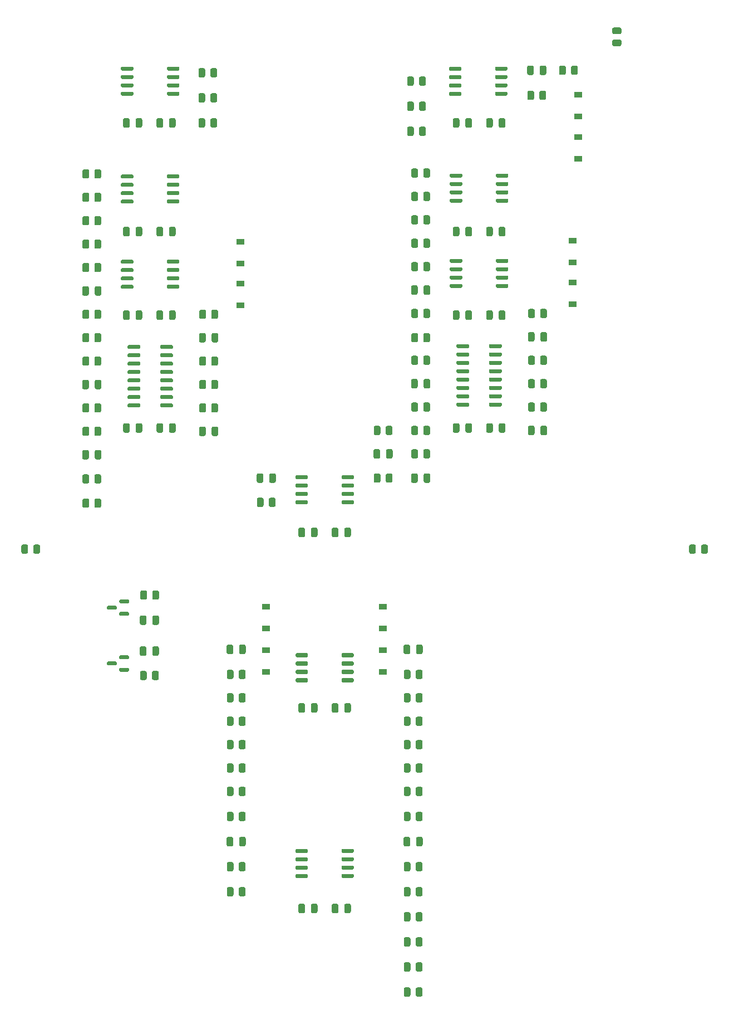
<source format=gbp>
G04 #@! TF.GenerationSoftware,KiCad,Pcbnew,6.0.5+dfsg-1~bpo11+1*
G04 #@! TF.CreationDate,2022-08-14T17:08:05+00:00*
G04 #@! TF.ProjectId,VCF_VCA_board,5643465f-5643-4415-9f62-6f6172642e6b,0*
G04 #@! TF.SameCoordinates,Original*
G04 #@! TF.FileFunction,Paste,Bot*
G04 #@! TF.FilePolarity,Positive*
%FSLAX46Y46*%
G04 Gerber Fmt 4.6, Leading zero omitted, Abs format (unit mm)*
G04 Created by KiCad (PCBNEW 6.0.5+dfsg-1~bpo11+1) date 2022-08-14 17:08:05*
%MOMM*%
%LPD*%
G01*
G04 APERTURE LIST*
%ADD10R,1.200000X0.900000*%
G04 APERTURE END LIST*
G36*
G01*
X128450000Y-97315000D02*
X128450000Y-98265000D01*
G75*
G02*
X128200000Y-98515000I-250000J0D01*
G01*
X127700000Y-98515000D01*
G75*
G02*
X127450000Y-98265000I0J250000D01*
G01*
X127450000Y-97315000D01*
G75*
G02*
X127700000Y-97065000I250000J0D01*
G01*
X128200000Y-97065000D01*
G75*
G02*
X128450000Y-97315000I0J-250000D01*
G01*
G37*
G36*
G01*
X126550000Y-97315000D02*
X126550000Y-98265000D01*
G75*
G02*
X126300000Y-98515000I-250000J0D01*
G01*
X125800000Y-98515000D01*
G75*
G02*
X125550000Y-98265000I0J250000D01*
G01*
X125550000Y-97315000D01*
G75*
G02*
X125800000Y-97065000I250000J0D01*
G01*
X126300000Y-97065000D01*
G75*
G02*
X126550000Y-97315000I0J-250000D01*
G01*
G37*
D10*
X144653000Y-74040000D03*
X144653000Y-70740000D03*
G36*
G01*
X72037000Y-104325000D02*
X72037000Y-105225000D01*
G75*
G02*
X71787000Y-105475000I-250000J0D01*
G01*
X71262000Y-105475000D01*
G75*
G02*
X71012000Y-105225000I0J250000D01*
G01*
X71012000Y-104325000D01*
G75*
G02*
X71262000Y-104075000I250000J0D01*
G01*
X71787000Y-104075000D01*
G75*
G02*
X72037000Y-104325000I0J-250000D01*
G01*
G37*
G36*
G01*
X70212000Y-104325000D02*
X70212000Y-105225000D01*
G75*
G02*
X69962000Y-105475000I-250000J0D01*
G01*
X69437000Y-105475000D01*
G75*
G02*
X69187000Y-105225000I0J250000D01*
G01*
X69187000Y-104325000D01*
G75*
G02*
X69437000Y-104075000I250000J0D01*
G01*
X69962000Y-104075000D01*
G75*
G02*
X70212000Y-104325000I0J-250000D01*
G01*
G37*
G36*
G01*
X118057000Y-149055000D02*
X118057000Y-148105000D01*
G75*
G02*
X118307000Y-147855000I250000J0D01*
G01*
X118807000Y-147855000D01*
G75*
G02*
X119057000Y-148105000I0J-250000D01*
G01*
X119057000Y-149055000D01*
G75*
G02*
X118807000Y-149305000I-250000J0D01*
G01*
X118307000Y-149305000D01*
G75*
G02*
X118057000Y-149055000I0J250000D01*
G01*
G37*
G36*
G01*
X119957000Y-149055000D02*
X119957000Y-148105000D01*
G75*
G02*
X120207000Y-147855000I250000J0D01*
G01*
X120707000Y-147855000D01*
G75*
G02*
X120957000Y-148105000I0J-250000D01*
G01*
X120957000Y-149055000D01*
G75*
G02*
X120707000Y-149305000I-250000J0D01*
G01*
X120207000Y-149305000D01*
G75*
G02*
X119957000Y-149055000I0J250000D01*
G01*
G37*
G36*
G01*
X133990000Y-76431000D02*
X133990000Y-76731000D01*
G75*
G02*
X133840000Y-76881000I-150000J0D01*
G01*
X132240000Y-76881000D01*
G75*
G02*
X132090000Y-76731000I0J150000D01*
G01*
X132090000Y-76431000D01*
G75*
G02*
X132240000Y-76281000I150000J0D01*
G01*
X133840000Y-76281000D01*
G75*
G02*
X133990000Y-76431000I0J-150000D01*
G01*
G37*
G36*
G01*
X133990000Y-77701000D02*
X133990000Y-78001000D01*
G75*
G02*
X133840000Y-78151000I-150000J0D01*
G01*
X132240000Y-78151000D01*
G75*
G02*
X132090000Y-78001000I0J150000D01*
G01*
X132090000Y-77701000D01*
G75*
G02*
X132240000Y-77551000I150000J0D01*
G01*
X133840000Y-77551000D01*
G75*
G02*
X133990000Y-77701000I0J-150000D01*
G01*
G37*
G36*
G01*
X133990000Y-78971000D02*
X133990000Y-79271000D01*
G75*
G02*
X133840000Y-79421000I-150000J0D01*
G01*
X132240000Y-79421000D01*
G75*
G02*
X132090000Y-79271000I0J150000D01*
G01*
X132090000Y-78971000D01*
G75*
G02*
X132240000Y-78821000I150000J0D01*
G01*
X133840000Y-78821000D01*
G75*
G02*
X133990000Y-78971000I0J-150000D01*
G01*
G37*
G36*
G01*
X133990000Y-80241000D02*
X133990000Y-80541000D01*
G75*
G02*
X133840000Y-80691000I-150000J0D01*
G01*
X132240000Y-80691000D01*
G75*
G02*
X132090000Y-80541000I0J150000D01*
G01*
X132090000Y-80241000D01*
G75*
G02*
X132240000Y-80091000I150000J0D01*
G01*
X133840000Y-80091000D01*
G75*
G02*
X133990000Y-80241000I0J-150000D01*
G01*
G37*
G36*
G01*
X126990000Y-80241000D02*
X126990000Y-80541000D01*
G75*
G02*
X126840000Y-80691000I-150000J0D01*
G01*
X125240000Y-80691000D01*
G75*
G02*
X125090000Y-80541000I0J150000D01*
G01*
X125090000Y-80241000D01*
G75*
G02*
X125240000Y-80091000I150000J0D01*
G01*
X126840000Y-80091000D01*
G75*
G02*
X126990000Y-80241000I0J-150000D01*
G01*
G37*
G36*
G01*
X126990000Y-78971000D02*
X126990000Y-79271000D01*
G75*
G02*
X126840000Y-79421000I-150000J0D01*
G01*
X125240000Y-79421000D01*
G75*
G02*
X125090000Y-79271000I0J150000D01*
G01*
X125090000Y-78971000D01*
G75*
G02*
X125240000Y-78821000I150000J0D01*
G01*
X126840000Y-78821000D01*
G75*
G02*
X126990000Y-78971000I0J-150000D01*
G01*
G37*
G36*
G01*
X126990000Y-77701000D02*
X126990000Y-78001000D01*
G75*
G02*
X126840000Y-78151000I-150000J0D01*
G01*
X125240000Y-78151000D01*
G75*
G02*
X125090000Y-78001000I0J150000D01*
G01*
X125090000Y-77701000D01*
G75*
G02*
X125240000Y-77551000I150000J0D01*
G01*
X126840000Y-77551000D01*
G75*
G02*
X126990000Y-77701000I0J-150000D01*
G01*
G37*
G36*
G01*
X126990000Y-76431000D02*
X126990000Y-76731000D01*
G75*
G02*
X126840000Y-76881000I-150000J0D01*
G01*
X125240000Y-76881000D01*
G75*
G02*
X125090000Y-76731000I0J150000D01*
G01*
X125090000Y-76431000D01*
G75*
G02*
X125240000Y-76281000I150000J0D01*
G01*
X126840000Y-76281000D01*
G75*
G02*
X126990000Y-76431000I0J-150000D01*
G01*
G37*
G36*
G01*
X122075000Y-97086000D02*
X122075000Y-97986000D01*
G75*
G02*
X121825000Y-98236000I-250000J0D01*
G01*
X121300000Y-98236000D01*
G75*
G02*
X121050000Y-97986000I0J250000D01*
G01*
X121050000Y-97086000D01*
G75*
G02*
X121300000Y-96836000I250000J0D01*
G01*
X121825000Y-96836000D01*
G75*
G02*
X122075000Y-97086000I0J-250000D01*
G01*
G37*
G36*
G01*
X120250000Y-97086000D02*
X120250000Y-97986000D01*
G75*
G02*
X120000000Y-98236000I-250000J0D01*
G01*
X119475000Y-98236000D01*
G75*
G02*
X119225000Y-97986000I0J250000D01*
G01*
X119225000Y-97086000D01*
G75*
G02*
X119475000Y-96836000I250000J0D01*
G01*
X120000000Y-96836000D01*
G75*
G02*
X120250000Y-97086000I0J-250000D01*
G01*
G37*
G36*
G01*
X118590000Y-70300000D02*
X118590000Y-69400000D01*
G75*
G02*
X118840000Y-69150000I250000J0D01*
G01*
X119365000Y-69150000D01*
G75*
G02*
X119615000Y-69400000I0J-250000D01*
G01*
X119615000Y-70300000D01*
G75*
G02*
X119365000Y-70550000I-250000J0D01*
G01*
X118840000Y-70550000D01*
G75*
G02*
X118590000Y-70300000I0J250000D01*
G01*
G37*
G36*
G01*
X120415000Y-70300000D02*
X120415000Y-69400000D01*
G75*
G02*
X120665000Y-69150000I250000J0D01*
G01*
X121190000Y-69150000D01*
G75*
G02*
X121440000Y-69400000I0J-250000D01*
G01*
X121440000Y-70300000D01*
G75*
G02*
X121190000Y-70550000I-250000J0D01*
G01*
X120665000Y-70550000D01*
G75*
G02*
X120415000Y-70300000I0J250000D01*
G01*
G37*
X114935000Y-148718000D03*
X114935000Y-152018000D03*
G36*
G01*
X150045000Y-54074000D02*
X150945000Y-54074000D01*
G75*
G02*
X151195000Y-54324000I0J-250000D01*
G01*
X151195000Y-54849000D01*
G75*
G02*
X150945000Y-55099000I-250000J0D01*
G01*
X150045000Y-55099000D01*
G75*
G02*
X149795000Y-54849000I0J250000D01*
G01*
X149795000Y-54324000D01*
G75*
G02*
X150045000Y-54074000I250000J0D01*
G01*
G37*
G36*
G01*
X150045000Y-55899000D02*
X150945000Y-55899000D01*
G75*
G02*
X151195000Y-56149000I0J-250000D01*
G01*
X151195000Y-56674000D01*
G75*
G02*
X150945000Y-56924000I-250000J0D01*
G01*
X150045000Y-56924000D01*
G75*
G02*
X149795000Y-56674000I0J250000D01*
G01*
X149795000Y-56149000D01*
G75*
G02*
X150045000Y-55899000I250000J0D01*
G01*
G37*
G36*
G01*
X94008000Y-184970000D02*
X94008000Y-185870000D01*
G75*
G02*
X93758000Y-186120000I-250000J0D01*
G01*
X93233000Y-186120000D01*
G75*
G02*
X92983000Y-185870000I0J250000D01*
G01*
X92983000Y-184970000D01*
G75*
G02*
X93233000Y-184720000I250000J0D01*
G01*
X93758000Y-184720000D01*
G75*
G02*
X94008000Y-184970000I0J-250000D01*
G01*
G37*
G36*
G01*
X92183000Y-184970000D02*
X92183000Y-185870000D01*
G75*
G02*
X91933000Y-186120000I-250000J0D01*
G01*
X91408000Y-186120000D01*
G75*
G02*
X91158000Y-185870000I0J250000D01*
G01*
X91158000Y-184970000D01*
G75*
G02*
X91408000Y-184720000I250000J0D01*
G01*
X91933000Y-184720000D01*
G75*
G02*
X92183000Y-184970000I0J-250000D01*
G01*
G37*
G36*
G01*
X139855000Y-107754000D02*
X139855000Y-108654000D01*
G75*
G02*
X139605000Y-108904000I-250000J0D01*
G01*
X139080000Y-108904000D01*
G75*
G02*
X138830000Y-108654000I0J250000D01*
G01*
X138830000Y-107754000D01*
G75*
G02*
X139080000Y-107504000I250000J0D01*
G01*
X139605000Y-107504000D01*
G75*
G02*
X139855000Y-107754000I0J-250000D01*
G01*
G37*
G36*
G01*
X138030000Y-107754000D02*
X138030000Y-108654000D01*
G75*
G02*
X137780000Y-108904000I-250000J0D01*
G01*
X137255000Y-108904000D01*
G75*
G02*
X137005000Y-108654000I0J250000D01*
G01*
X137005000Y-107754000D01*
G75*
G02*
X137255000Y-107504000I250000J0D01*
G01*
X137780000Y-107504000D01*
G75*
G02*
X138030000Y-107754000I0J-250000D01*
G01*
G37*
G36*
G01*
X110495000Y-122278000D02*
X110495000Y-122578000D01*
G75*
G02*
X110345000Y-122728000I-150000J0D01*
G01*
X108745000Y-122728000D01*
G75*
G02*
X108595000Y-122578000I0J150000D01*
G01*
X108595000Y-122278000D01*
G75*
G02*
X108745000Y-122128000I150000J0D01*
G01*
X110345000Y-122128000D01*
G75*
G02*
X110495000Y-122278000I0J-150000D01*
G01*
G37*
G36*
G01*
X110495000Y-123548000D02*
X110495000Y-123848000D01*
G75*
G02*
X110345000Y-123998000I-150000J0D01*
G01*
X108745000Y-123998000D01*
G75*
G02*
X108595000Y-123848000I0J150000D01*
G01*
X108595000Y-123548000D01*
G75*
G02*
X108745000Y-123398000I150000J0D01*
G01*
X110345000Y-123398000D01*
G75*
G02*
X110495000Y-123548000I0J-150000D01*
G01*
G37*
G36*
G01*
X110495000Y-124818000D02*
X110495000Y-125118000D01*
G75*
G02*
X110345000Y-125268000I-150000J0D01*
G01*
X108745000Y-125268000D01*
G75*
G02*
X108595000Y-125118000I0J150000D01*
G01*
X108595000Y-124818000D01*
G75*
G02*
X108745000Y-124668000I150000J0D01*
G01*
X110345000Y-124668000D01*
G75*
G02*
X110495000Y-124818000I0J-150000D01*
G01*
G37*
G36*
G01*
X110495000Y-126088000D02*
X110495000Y-126388000D01*
G75*
G02*
X110345000Y-126538000I-150000J0D01*
G01*
X108745000Y-126538000D01*
G75*
G02*
X108595000Y-126388000I0J150000D01*
G01*
X108595000Y-126088000D01*
G75*
G02*
X108745000Y-125938000I150000J0D01*
G01*
X110345000Y-125938000D01*
G75*
G02*
X110495000Y-126088000I0J-150000D01*
G01*
G37*
G36*
G01*
X103495000Y-126088000D02*
X103495000Y-126388000D01*
G75*
G02*
X103345000Y-126538000I-150000J0D01*
G01*
X101745000Y-126538000D01*
G75*
G02*
X101595000Y-126388000I0J150000D01*
G01*
X101595000Y-126088000D01*
G75*
G02*
X101745000Y-125938000I150000J0D01*
G01*
X103345000Y-125938000D01*
G75*
G02*
X103495000Y-126088000I0J-150000D01*
G01*
G37*
G36*
G01*
X103495000Y-124818000D02*
X103495000Y-125118000D01*
G75*
G02*
X103345000Y-125268000I-150000J0D01*
G01*
X101745000Y-125268000D01*
G75*
G02*
X101595000Y-125118000I0J150000D01*
G01*
X101595000Y-124818000D01*
G75*
G02*
X101745000Y-124668000I150000J0D01*
G01*
X103345000Y-124668000D01*
G75*
G02*
X103495000Y-124818000I0J-150000D01*
G01*
G37*
G36*
G01*
X103495000Y-123548000D02*
X103495000Y-123848000D01*
G75*
G02*
X103345000Y-123998000I-150000J0D01*
G01*
X101745000Y-123998000D01*
G75*
G02*
X101595000Y-123848000I0J150000D01*
G01*
X101595000Y-123548000D01*
G75*
G02*
X101745000Y-123398000I150000J0D01*
G01*
X103345000Y-123398000D01*
G75*
G02*
X103495000Y-123548000I0J-150000D01*
G01*
G37*
G36*
G01*
X103495000Y-122278000D02*
X103495000Y-122578000D01*
G75*
G02*
X103345000Y-122728000I-150000J0D01*
G01*
X101745000Y-122728000D01*
G75*
G02*
X101595000Y-122578000I0J150000D01*
G01*
X101595000Y-122278000D01*
G75*
G02*
X101745000Y-122128000I150000J0D01*
G01*
X103345000Y-122128000D01*
G75*
G02*
X103495000Y-122278000I0J-150000D01*
G01*
G37*
G36*
G01*
X91158000Y-167064000D02*
X91158000Y-166164000D01*
G75*
G02*
X91408000Y-165914000I250000J0D01*
G01*
X91933000Y-165914000D01*
G75*
G02*
X92183000Y-166164000I0J-250000D01*
G01*
X92183000Y-167064000D01*
G75*
G02*
X91933000Y-167314000I-250000J0D01*
G01*
X91408000Y-167314000D01*
G75*
G02*
X91158000Y-167064000I0J250000D01*
G01*
G37*
G36*
G01*
X92983000Y-167064000D02*
X92983000Y-166164000D01*
G75*
G02*
X93233000Y-165914000I250000J0D01*
G01*
X93758000Y-165914000D01*
G75*
G02*
X94008000Y-166164000I0J-250000D01*
G01*
X94008000Y-167064000D01*
G75*
G02*
X93758000Y-167314000I-250000J0D01*
G01*
X93233000Y-167314000D01*
G75*
G02*
X92983000Y-167064000I0J250000D01*
G01*
G37*
G36*
G01*
X83365000Y-97315000D02*
X83365000Y-98265000D01*
G75*
G02*
X83115000Y-98515000I-250000J0D01*
G01*
X82615000Y-98515000D01*
G75*
G02*
X82365000Y-98265000I0J250000D01*
G01*
X82365000Y-97315000D01*
G75*
G02*
X82615000Y-97065000I250000J0D01*
G01*
X83115000Y-97065000D01*
G75*
G02*
X83365000Y-97315000I0J-250000D01*
G01*
G37*
G36*
G01*
X81465000Y-97315000D02*
X81465000Y-98265000D01*
G75*
G02*
X81215000Y-98515000I-250000J0D01*
G01*
X80715000Y-98515000D01*
G75*
G02*
X80465000Y-98265000I0J250000D01*
G01*
X80465000Y-97315000D01*
G75*
G02*
X80715000Y-97065000I250000J0D01*
G01*
X81215000Y-97065000D01*
G75*
G02*
X81465000Y-97315000I0J-250000D01*
G01*
G37*
G36*
G01*
X110035000Y-157005000D02*
X110035000Y-157955000D01*
G75*
G02*
X109785000Y-158205000I-250000J0D01*
G01*
X109285000Y-158205000D01*
G75*
G02*
X109035000Y-157955000I0J250000D01*
G01*
X109035000Y-157005000D01*
G75*
G02*
X109285000Y-156755000I250000J0D01*
G01*
X109785000Y-156755000D01*
G75*
G02*
X110035000Y-157005000I0J-250000D01*
G01*
G37*
G36*
G01*
X108135000Y-157005000D02*
X108135000Y-157955000D01*
G75*
G02*
X107885000Y-158205000I-250000J0D01*
G01*
X107385000Y-158205000D01*
G75*
G02*
X107135000Y-157955000I0J250000D01*
G01*
X107135000Y-157005000D01*
G75*
G02*
X107385000Y-156755000I250000J0D01*
G01*
X107885000Y-156755000D01*
G75*
G02*
X108135000Y-157005000I0J-250000D01*
G01*
G37*
G36*
G01*
X104955000Y-130335000D02*
X104955000Y-131285000D01*
G75*
G02*
X104705000Y-131535000I-250000J0D01*
G01*
X104205000Y-131535000D01*
G75*
G02*
X103955000Y-131285000I0J250000D01*
G01*
X103955000Y-130335000D01*
G75*
G02*
X104205000Y-130085000I250000J0D01*
G01*
X104705000Y-130085000D01*
G75*
G02*
X104955000Y-130335000I0J-250000D01*
G01*
G37*
G36*
G01*
X103055000Y-130335000D02*
X103055000Y-131285000D01*
G75*
G02*
X102805000Y-131535000I-250000J0D01*
G01*
X102305000Y-131535000D01*
G75*
G02*
X102055000Y-131285000I0J250000D01*
G01*
X102055000Y-130335000D01*
G75*
G02*
X102305000Y-130085000I250000J0D01*
G01*
X102805000Y-130085000D01*
G75*
G02*
X103055000Y-130335000I0J-250000D01*
G01*
G37*
G36*
G01*
X122100000Y-107729000D02*
X122100000Y-108679000D01*
G75*
G02*
X121850000Y-108929000I-250000J0D01*
G01*
X121350000Y-108929000D01*
G75*
G02*
X121100000Y-108679000I0J250000D01*
G01*
X121100000Y-107729000D01*
G75*
G02*
X121350000Y-107479000I250000J0D01*
G01*
X121850000Y-107479000D01*
G75*
G02*
X122100000Y-107729000I0J-250000D01*
G01*
G37*
G36*
G01*
X120200000Y-107729000D02*
X120200000Y-108679000D01*
G75*
G02*
X119950000Y-108929000I-250000J0D01*
G01*
X119450000Y-108929000D01*
G75*
G02*
X119200000Y-108679000I0J250000D01*
G01*
X119200000Y-107729000D01*
G75*
G02*
X119450000Y-107479000I250000J0D01*
G01*
X119950000Y-107479000D01*
G75*
G02*
X120200000Y-107729000I0J-250000D01*
G01*
G37*
G36*
G01*
X98580000Y-125788000D02*
X98580000Y-126688000D01*
G75*
G02*
X98330000Y-126938000I-250000J0D01*
G01*
X97805000Y-126938000D01*
G75*
G02*
X97555000Y-126688000I0J250000D01*
G01*
X97555000Y-125788000D01*
G75*
G02*
X97805000Y-125538000I250000J0D01*
G01*
X98330000Y-125538000D01*
G75*
G02*
X98580000Y-125788000I0J-250000D01*
G01*
G37*
G36*
G01*
X96755000Y-125788000D02*
X96755000Y-126688000D01*
G75*
G02*
X96505000Y-126938000I-250000J0D01*
G01*
X95980000Y-126938000D01*
G75*
G02*
X95730000Y-126688000I0J250000D01*
G01*
X95730000Y-125788000D01*
G75*
G02*
X95980000Y-125538000I250000J0D01*
G01*
X96505000Y-125538000D01*
G75*
G02*
X96755000Y-125788000I0J-250000D01*
G01*
G37*
G36*
G01*
X86942000Y-101694000D02*
X86942000Y-100744000D01*
G75*
G02*
X87192000Y-100494000I250000J0D01*
G01*
X87692000Y-100494000D01*
G75*
G02*
X87942000Y-100744000I0J-250000D01*
G01*
X87942000Y-101694000D01*
G75*
G02*
X87692000Y-101944000I-250000J0D01*
G01*
X87192000Y-101944000D01*
G75*
G02*
X86942000Y-101694000I0J250000D01*
G01*
G37*
G36*
G01*
X88842000Y-101694000D02*
X88842000Y-100744000D01*
G75*
G02*
X89092000Y-100494000I250000J0D01*
G01*
X89592000Y-100494000D01*
G75*
G02*
X89842000Y-100744000I0J-250000D01*
G01*
X89842000Y-101694000D01*
G75*
G02*
X89592000Y-101944000I-250000J0D01*
G01*
X89092000Y-101944000D01*
G75*
G02*
X88842000Y-101694000I0J250000D01*
G01*
G37*
G36*
G01*
X91158000Y-170620000D02*
X91158000Y-169720000D01*
G75*
G02*
X91408000Y-169470000I250000J0D01*
G01*
X91933000Y-169470000D01*
G75*
G02*
X92183000Y-169720000I0J-250000D01*
G01*
X92183000Y-170620000D01*
G75*
G02*
X91933000Y-170870000I-250000J0D01*
G01*
X91408000Y-170870000D01*
G75*
G02*
X91158000Y-170620000I0J250000D01*
G01*
G37*
G36*
G01*
X92983000Y-170620000D02*
X92983000Y-169720000D01*
G75*
G02*
X93233000Y-169470000I250000J0D01*
G01*
X93758000Y-169470000D01*
G75*
G02*
X94008000Y-169720000I0J-250000D01*
G01*
X94008000Y-170620000D01*
G75*
G02*
X93758000Y-170870000I-250000J0D01*
G01*
X93233000Y-170870000D01*
G75*
G02*
X92983000Y-170620000I0J250000D01*
G01*
G37*
G36*
G01*
X120932000Y-155496000D02*
X120932000Y-156396000D01*
G75*
G02*
X120682000Y-156646000I-250000J0D01*
G01*
X120157000Y-156646000D01*
G75*
G02*
X119907000Y-156396000I0J250000D01*
G01*
X119907000Y-155496000D01*
G75*
G02*
X120157000Y-155246000I250000J0D01*
G01*
X120682000Y-155246000D01*
G75*
G02*
X120932000Y-155496000I0J-250000D01*
G01*
G37*
G36*
G01*
X119107000Y-155496000D02*
X119107000Y-156396000D01*
G75*
G02*
X118857000Y-156646000I-250000J0D01*
G01*
X118332000Y-156646000D01*
G75*
G02*
X118082000Y-156396000I0J250000D01*
G01*
X118082000Y-155496000D01*
G75*
G02*
X118332000Y-155246000I250000J0D01*
G01*
X118857000Y-155246000D01*
G75*
G02*
X119107000Y-155496000I0J-250000D01*
G01*
G37*
G36*
G01*
X89817000Y-104325000D02*
X89817000Y-105225000D01*
G75*
G02*
X89567000Y-105475000I-250000J0D01*
G01*
X89042000Y-105475000D01*
G75*
G02*
X88792000Y-105225000I0J250000D01*
G01*
X88792000Y-104325000D01*
G75*
G02*
X89042000Y-104075000I250000J0D01*
G01*
X89567000Y-104075000D01*
G75*
G02*
X89817000Y-104325000I0J-250000D01*
G01*
G37*
G36*
G01*
X87992000Y-104325000D02*
X87992000Y-105225000D01*
G75*
G02*
X87742000Y-105475000I-250000J0D01*
G01*
X87217000Y-105475000D01*
G75*
G02*
X86967000Y-105225000I0J250000D01*
G01*
X86967000Y-104325000D01*
G75*
G02*
X87217000Y-104075000I250000J0D01*
G01*
X87742000Y-104075000D01*
G75*
G02*
X87992000Y-104325000I0J-250000D01*
G01*
G37*
G36*
G01*
X110035000Y-187485000D02*
X110035000Y-188435000D01*
G75*
G02*
X109785000Y-188685000I-250000J0D01*
G01*
X109285000Y-188685000D01*
G75*
G02*
X109035000Y-188435000I0J250000D01*
G01*
X109035000Y-187485000D01*
G75*
G02*
X109285000Y-187235000I250000J0D01*
G01*
X109785000Y-187235000D01*
G75*
G02*
X110035000Y-187485000I0J-250000D01*
G01*
G37*
G36*
G01*
X108135000Y-187485000D02*
X108135000Y-188435000D01*
G75*
G02*
X107885000Y-188685000I-250000J0D01*
G01*
X107385000Y-188685000D01*
G75*
G02*
X107135000Y-188435000I0J250000D01*
G01*
X107135000Y-187485000D01*
G75*
G02*
X107385000Y-187235000I250000J0D01*
G01*
X107885000Y-187235000D01*
G75*
G02*
X108135000Y-187485000I0J-250000D01*
G01*
G37*
G36*
G01*
X76274800Y-149623600D02*
X76274800Y-149923600D01*
G75*
G02*
X76124800Y-150073600I-150000J0D01*
G01*
X74949800Y-150073600D01*
G75*
G02*
X74799800Y-149923600I0J150000D01*
G01*
X74799800Y-149623600D01*
G75*
G02*
X74949800Y-149473600I150000J0D01*
G01*
X76124800Y-149473600D01*
G75*
G02*
X76274800Y-149623600I0J-150000D01*
G01*
G37*
G36*
G01*
X76274800Y-151523600D02*
X76274800Y-151823600D01*
G75*
G02*
X76124800Y-151973600I-150000J0D01*
G01*
X74949800Y-151973600D01*
G75*
G02*
X74799800Y-151823600I0J150000D01*
G01*
X74799800Y-151523600D01*
G75*
G02*
X74949800Y-151373600I150000J0D01*
G01*
X76124800Y-151373600D01*
G75*
G02*
X76274800Y-151523600I0J-150000D01*
G01*
G37*
G36*
G01*
X74399800Y-150573600D02*
X74399800Y-150873600D01*
G75*
G02*
X74249800Y-151023600I-150000J0D01*
G01*
X73074800Y-151023600D01*
G75*
G02*
X72924800Y-150873600I0J150000D01*
G01*
X72924800Y-150573600D01*
G75*
G02*
X73074800Y-150423600I150000J0D01*
G01*
X74249800Y-150423600D01*
G75*
G02*
X74399800Y-150573600I0J-150000D01*
G01*
G37*
G36*
G01*
X78285000Y-84615000D02*
X78285000Y-85565000D01*
G75*
G02*
X78035000Y-85815000I-250000J0D01*
G01*
X77535000Y-85815000D01*
G75*
G02*
X77285000Y-85565000I0J250000D01*
G01*
X77285000Y-84615000D01*
G75*
G02*
X77535000Y-84365000I250000J0D01*
G01*
X78035000Y-84365000D01*
G75*
G02*
X78285000Y-84615000I0J-250000D01*
G01*
G37*
G36*
G01*
X76385000Y-84615000D02*
X76385000Y-85565000D01*
G75*
G02*
X76135000Y-85815000I-250000J0D01*
G01*
X75635000Y-85815000D01*
G75*
G02*
X75385000Y-85565000I0J250000D01*
G01*
X75385000Y-84615000D01*
G75*
G02*
X75635000Y-84365000I250000J0D01*
G01*
X76135000Y-84365000D01*
G75*
G02*
X76385000Y-84615000I0J-250000D01*
G01*
G37*
G36*
G01*
X120932000Y-192590000D02*
X120932000Y-193490000D01*
G75*
G02*
X120682000Y-193740000I-250000J0D01*
G01*
X120157000Y-193740000D01*
G75*
G02*
X119907000Y-193490000I0J250000D01*
G01*
X119907000Y-192590000D01*
G75*
G02*
X120157000Y-192340000I250000J0D01*
G01*
X120682000Y-192340000D01*
G75*
G02*
X120932000Y-192590000I0J-250000D01*
G01*
G37*
G36*
G01*
X119107000Y-192590000D02*
X119107000Y-193490000D01*
G75*
G02*
X118857000Y-193740000I-250000J0D01*
G01*
X118332000Y-193740000D01*
G75*
G02*
X118082000Y-193490000I0J250000D01*
G01*
X118082000Y-192590000D01*
G75*
G02*
X118332000Y-192340000I250000J0D01*
G01*
X118857000Y-192340000D01*
G75*
G02*
X119107000Y-192590000I0J-250000D01*
G01*
G37*
G36*
G01*
X78285000Y-114460000D02*
X78285000Y-115410000D01*
G75*
G02*
X78035000Y-115660000I-250000J0D01*
G01*
X77535000Y-115660000D01*
G75*
G02*
X77285000Y-115410000I0J250000D01*
G01*
X77285000Y-114460000D01*
G75*
G02*
X77535000Y-114210000I250000J0D01*
G01*
X78035000Y-114210000D01*
G75*
G02*
X78285000Y-114460000I0J-250000D01*
G01*
G37*
G36*
G01*
X76385000Y-114460000D02*
X76385000Y-115410000D01*
G75*
G02*
X76135000Y-115660000I-250000J0D01*
G01*
X75635000Y-115660000D01*
G75*
G02*
X75385000Y-115410000I0J250000D01*
G01*
X75385000Y-114460000D01*
G75*
G02*
X75635000Y-114210000I250000J0D01*
G01*
X76135000Y-114210000D01*
G75*
G02*
X76385000Y-114460000I0J-250000D01*
G01*
G37*
G36*
G01*
X80837500Y-139885000D02*
X80837500Y-140785000D01*
G75*
G02*
X80587500Y-141035000I-250000J0D01*
G01*
X80062500Y-141035000D01*
G75*
G02*
X79812500Y-140785000I0J250000D01*
G01*
X79812500Y-139885000D01*
G75*
G02*
X80062500Y-139635000I250000J0D01*
G01*
X80587500Y-139635000D01*
G75*
G02*
X80837500Y-139885000I0J-250000D01*
G01*
G37*
G36*
G01*
X79012500Y-139885000D02*
X79012500Y-140785000D01*
G75*
G02*
X78762500Y-141035000I-250000J0D01*
G01*
X78237500Y-141035000D01*
G75*
G02*
X77987500Y-140785000I0J250000D01*
G01*
X77987500Y-139885000D01*
G75*
G02*
X78237500Y-139635000I250000J0D01*
G01*
X78762500Y-139635000D01*
G75*
G02*
X79012500Y-139885000I0J-250000D01*
G01*
G37*
G36*
G01*
X72037000Y-125915000D02*
X72037000Y-126815000D01*
G75*
G02*
X71787000Y-127065000I-250000J0D01*
G01*
X71262000Y-127065000D01*
G75*
G02*
X71012000Y-126815000I0J250000D01*
G01*
X71012000Y-125915000D01*
G75*
G02*
X71262000Y-125665000I250000J0D01*
G01*
X71787000Y-125665000D01*
G75*
G02*
X72037000Y-125915000I0J-250000D01*
G01*
G37*
G36*
G01*
X70212000Y-125915000D02*
X70212000Y-126815000D01*
G75*
G02*
X69962000Y-127065000I-250000J0D01*
G01*
X69437000Y-127065000D01*
G75*
G02*
X69187000Y-126815000I0J250000D01*
G01*
X69187000Y-125915000D01*
G75*
G02*
X69437000Y-125665000I250000J0D01*
G01*
X69962000Y-125665000D01*
G75*
G02*
X70212000Y-125915000I0J-250000D01*
G01*
G37*
G36*
G01*
X122075000Y-100769000D02*
X122075000Y-101669000D01*
G75*
G02*
X121825000Y-101919000I-250000J0D01*
G01*
X121300000Y-101919000D01*
G75*
G02*
X121050000Y-101669000I0J250000D01*
G01*
X121050000Y-100769000D01*
G75*
G02*
X121300000Y-100519000I250000J0D01*
G01*
X121825000Y-100519000D01*
G75*
G02*
X122075000Y-100769000I0J-250000D01*
G01*
G37*
G36*
G01*
X120250000Y-100769000D02*
X120250000Y-101669000D01*
G75*
G02*
X120000000Y-101919000I-250000J0D01*
G01*
X119475000Y-101919000D01*
G75*
G02*
X119225000Y-101669000I0J250000D01*
G01*
X119225000Y-100769000D01*
G75*
G02*
X119475000Y-100519000I250000J0D01*
G01*
X120000000Y-100519000D01*
G75*
G02*
X120250000Y-100769000I0J-250000D01*
G01*
G37*
G36*
G01*
X122075000Y-75750000D02*
X122075000Y-76650000D01*
G75*
G02*
X121825000Y-76900000I-250000J0D01*
G01*
X121300000Y-76900000D01*
G75*
G02*
X121050000Y-76650000I0J250000D01*
G01*
X121050000Y-75750000D01*
G75*
G02*
X121300000Y-75500000I250000J0D01*
G01*
X121825000Y-75500000D01*
G75*
G02*
X122075000Y-75750000I0J-250000D01*
G01*
G37*
G36*
G01*
X120250000Y-75750000D02*
X120250000Y-76650000D01*
G75*
G02*
X120000000Y-76900000I-250000J0D01*
G01*
X119475000Y-76900000D01*
G75*
G02*
X119225000Y-76650000I0J250000D01*
G01*
X119225000Y-75750000D01*
G75*
G02*
X119475000Y-75500000I250000J0D01*
G01*
X120000000Y-75500000D01*
G75*
G02*
X120250000Y-75750000I0J-250000D01*
G01*
G37*
G36*
G01*
X72037000Y-82989000D02*
X72037000Y-83889000D01*
G75*
G02*
X71787000Y-84139000I-250000J0D01*
G01*
X71262000Y-84139000D01*
G75*
G02*
X71012000Y-83889000I0J250000D01*
G01*
X71012000Y-82989000D01*
G75*
G02*
X71262000Y-82739000I250000J0D01*
G01*
X71787000Y-82739000D01*
G75*
G02*
X72037000Y-82989000I0J-250000D01*
G01*
G37*
G36*
G01*
X70212000Y-82989000D02*
X70212000Y-83889000D01*
G75*
G02*
X69962000Y-84139000I-250000J0D01*
G01*
X69437000Y-84139000D01*
G75*
G02*
X69187000Y-83889000I0J250000D01*
G01*
X69187000Y-82989000D01*
G75*
G02*
X69437000Y-82739000I250000J0D01*
G01*
X69962000Y-82739000D01*
G75*
G02*
X70212000Y-82989000I0J-250000D01*
G01*
G37*
G36*
G01*
X78285000Y-68105000D02*
X78285000Y-69055000D01*
G75*
G02*
X78035000Y-69305000I-250000J0D01*
G01*
X77535000Y-69305000D01*
G75*
G02*
X77285000Y-69055000I0J250000D01*
G01*
X77285000Y-68105000D01*
G75*
G02*
X77535000Y-67855000I250000J0D01*
G01*
X78035000Y-67855000D01*
G75*
G02*
X78285000Y-68105000I0J-250000D01*
G01*
G37*
G36*
G01*
X76385000Y-68105000D02*
X76385000Y-69055000D01*
G75*
G02*
X76135000Y-69305000I-250000J0D01*
G01*
X75635000Y-69305000D01*
G75*
G02*
X75385000Y-69055000I0J250000D01*
G01*
X75385000Y-68105000D01*
G75*
G02*
X75635000Y-67855000I250000J0D01*
G01*
X76135000Y-67855000D01*
G75*
G02*
X76385000Y-68105000I0J-250000D01*
G01*
G37*
G36*
G01*
X89817000Y-111437000D02*
X89817000Y-112337000D01*
G75*
G02*
X89567000Y-112587000I-250000J0D01*
G01*
X89042000Y-112587000D01*
G75*
G02*
X88792000Y-112337000I0J250000D01*
G01*
X88792000Y-111437000D01*
G75*
G02*
X89042000Y-111187000I250000J0D01*
G01*
X89567000Y-111187000D01*
G75*
G02*
X89817000Y-111437000I0J-250000D01*
G01*
G37*
G36*
G01*
X87992000Y-111437000D02*
X87992000Y-112337000D01*
G75*
G02*
X87742000Y-112587000I-250000J0D01*
G01*
X87217000Y-112587000D01*
G75*
G02*
X86967000Y-112337000I0J250000D01*
G01*
X86967000Y-111437000D01*
G75*
G02*
X87217000Y-111187000I250000J0D01*
G01*
X87742000Y-111187000D01*
G75*
G02*
X87992000Y-111437000I0J-250000D01*
G01*
G37*
G36*
G01*
X141704000Y-61029000D02*
X141704000Y-60129000D01*
G75*
G02*
X141954000Y-59879000I250000J0D01*
G01*
X142479000Y-59879000D01*
G75*
G02*
X142729000Y-60129000I0J-250000D01*
G01*
X142729000Y-61029000D01*
G75*
G02*
X142479000Y-61279000I-250000J0D01*
G01*
X141954000Y-61279000D01*
G75*
G02*
X141704000Y-61029000I0J250000D01*
G01*
G37*
G36*
G01*
X143529000Y-61029000D02*
X143529000Y-60129000D01*
G75*
G02*
X143779000Y-59879000I250000J0D01*
G01*
X144304000Y-59879000D01*
G75*
G02*
X144554000Y-60129000I0J-250000D01*
G01*
X144554000Y-61029000D01*
G75*
G02*
X144304000Y-61279000I-250000J0D01*
G01*
X143779000Y-61279000D01*
G75*
G02*
X143529000Y-61029000I0J250000D01*
G01*
G37*
X144653000Y-64263000D03*
X144653000Y-67563000D03*
X93218000Y-86615000D03*
X93218000Y-89915000D03*
G36*
G01*
X83365000Y-114460000D02*
X83365000Y-115410000D01*
G75*
G02*
X83115000Y-115660000I-250000J0D01*
G01*
X82615000Y-115660000D01*
G75*
G02*
X82365000Y-115410000I0J250000D01*
G01*
X82365000Y-114460000D01*
G75*
G02*
X82615000Y-114210000I250000J0D01*
G01*
X83115000Y-114210000D01*
G75*
G02*
X83365000Y-114460000I0J-250000D01*
G01*
G37*
G36*
G01*
X81465000Y-114460000D02*
X81465000Y-115410000D01*
G75*
G02*
X81215000Y-115660000I-250000J0D01*
G01*
X80715000Y-115660000D01*
G75*
G02*
X80465000Y-115410000I0J250000D01*
G01*
X80465000Y-114460000D01*
G75*
G02*
X80715000Y-114210000I250000J0D01*
G01*
X81215000Y-114210000D01*
G75*
G02*
X81465000Y-114460000I0J-250000D01*
G01*
G37*
G36*
G01*
X72037000Y-114993000D02*
X72037000Y-115893000D01*
G75*
G02*
X71787000Y-116143000I-250000J0D01*
G01*
X71262000Y-116143000D01*
G75*
G02*
X71012000Y-115893000I0J250000D01*
G01*
X71012000Y-114993000D01*
G75*
G02*
X71262000Y-114743000I250000J0D01*
G01*
X71787000Y-114743000D01*
G75*
G02*
X72037000Y-114993000I0J-250000D01*
G01*
G37*
G36*
G01*
X70212000Y-114993000D02*
X70212000Y-115893000D01*
G75*
G02*
X69962000Y-116143000I-250000J0D01*
G01*
X69437000Y-116143000D01*
G75*
G02*
X69187000Y-115893000I0J250000D01*
G01*
X69187000Y-114993000D01*
G75*
G02*
X69437000Y-114743000I250000J0D01*
G01*
X69962000Y-114743000D01*
G75*
G02*
X70212000Y-114993000I0J-250000D01*
G01*
G37*
G36*
G01*
X80825000Y-148369000D02*
X80825000Y-149319000D01*
G75*
G02*
X80575000Y-149569000I-250000J0D01*
G01*
X80075000Y-149569000D01*
G75*
G02*
X79825000Y-149319000I0J250000D01*
G01*
X79825000Y-148369000D01*
G75*
G02*
X80075000Y-148119000I250000J0D01*
G01*
X80575000Y-148119000D01*
G75*
G02*
X80825000Y-148369000I0J-250000D01*
G01*
G37*
G36*
G01*
X78925000Y-148369000D02*
X78925000Y-149319000D01*
G75*
G02*
X78675000Y-149569000I-250000J0D01*
G01*
X78175000Y-149569000D01*
G75*
G02*
X77925000Y-149319000I0J250000D01*
G01*
X77925000Y-148369000D01*
G75*
G02*
X78175000Y-148119000I250000J0D01*
G01*
X78675000Y-148119000D01*
G75*
G02*
X78925000Y-148369000I0J-250000D01*
G01*
G37*
G36*
G01*
X110495000Y-149319000D02*
X110495000Y-149619000D01*
G75*
G02*
X110345000Y-149769000I-150000J0D01*
G01*
X108745000Y-149769000D01*
G75*
G02*
X108595000Y-149619000I0J150000D01*
G01*
X108595000Y-149319000D01*
G75*
G02*
X108745000Y-149169000I150000J0D01*
G01*
X110345000Y-149169000D01*
G75*
G02*
X110495000Y-149319000I0J-150000D01*
G01*
G37*
G36*
G01*
X110495000Y-150589000D02*
X110495000Y-150889000D01*
G75*
G02*
X110345000Y-151039000I-150000J0D01*
G01*
X108745000Y-151039000D01*
G75*
G02*
X108595000Y-150889000I0J150000D01*
G01*
X108595000Y-150589000D01*
G75*
G02*
X108745000Y-150439000I150000J0D01*
G01*
X110345000Y-150439000D01*
G75*
G02*
X110495000Y-150589000I0J-150000D01*
G01*
G37*
G36*
G01*
X110495000Y-151859000D02*
X110495000Y-152159000D01*
G75*
G02*
X110345000Y-152309000I-150000J0D01*
G01*
X108745000Y-152309000D01*
G75*
G02*
X108595000Y-152159000I0J150000D01*
G01*
X108595000Y-151859000D01*
G75*
G02*
X108745000Y-151709000I150000J0D01*
G01*
X110345000Y-151709000D01*
G75*
G02*
X110495000Y-151859000I0J-150000D01*
G01*
G37*
G36*
G01*
X110495000Y-153129000D02*
X110495000Y-153429000D01*
G75*
G02*
X110345000Y-153579000I-150000J0D01*
G01*
X108745000Y-153579000D01*
G75*
G02*
X108595000Y-153429000I0J150000D01*
G01*
X108595000Y-153129000D01*
G75*
G02*
X108745000Y-152979000I150000J0D01*
G01*
X110345000Y-152979000D01*
G75*
G02*
X110495000Y-153129000I0J-150000D01*
G01*
G37*
G36*
G01*
X103495000Y-153129000D02*
X103495000Y-153429000D01*
G75*
G02*
X103345000Y-153579000I-150000J0D01*
G01*
X101745000Y-153579000D01*
G75*
G02*
X101595000Y-153429000I0J150000D01*
G01*
X101595000Y-153129000D01*
G75*
G02*
X101745000Y-152979000I150000J0D01*
G01*
X103345000Y-152979000D01*
G75*
G02*
X103495000Y-153129000I0J-150000D01*
G01*
G37*
G36*
G01*
X103495000Y-151859000D02*
X103495000Y-152159000D01*
G75*
G02*
X103345000Y-152309000I-150000J0D01*
G01*
X101745000Y-152309000D01*
G75*
G02*
X101595000Y-152159000I0J150000D01*
G01*
X101595000Y-151859000D01*
G75*
G02*
X101745000Y-151709000I150000J0D01*
G01*
X103345000Y-151709000D01*
G75*
G02*
X103495000Y-151859000I0J-150000D01*
G01*
G37*
G36*
G01*
X103495000Y-150589000D02*
X103495000Y-150889000D01*
G75*
G02*
X103345000Y-151039000I-150000J0D01*
G01*
X101745000Y-151039000D01*
G75*
G02*
X101595000Y-150889000I0J150000D01*
G01*
X101595000Y-150589000D01*
G75*
G02*
X101745000Y-150439000I150000J0D01*
G01*
X103345000Y-150439000D01*
G75*
G02*
X103495000Y-150589000I0J-150000D01*
G01*
G37*
G36*
G01*
X103495000Y-149319000D02*
X103495000Y-149619000D01*
G75*
G02*
X103345000Y-149769000I-150000J0D01*
G01*
X101745000Y-149769000D01*
G75*
G02*
X101595000Y-149619000I0J150000D01*
G01*
X101595000Y-149319000D01*
G75*
G02*
X101745000Y-149169000I150000J0D01*
G01*
X103345000Y-149169000D01*
G75*
G02*
X103495000Y-149319000I0J-150000D01*
G01*
G37*
G36*
G01*
X120932000Y-184970000D02*
X120932000Y-185870000D01*
G75*
G02*
X120682000Y-186120000I-250000J0D01*
G01*
X120157000Y-186120000D01*
G75*
G02*
X119907000Y-185870000I0J250000D01*
G01*
X119907000Y-184970000D01*
G75*
G02*
X120157000Y-184720000I250000J0D01*
G01*
X120682000Y-184720000D01*
G75*
G02*
X120932000Y-184970000I0J-250000D01*
G01*
G37*
G36*
G01*
X119107000Y-184970000D02*
X119107000Y-185870000D01*
G75*
G02*
X118857000Y-186120000I-250000J0D01*
G01*
X118332000Y-186120000D01*
G75*
G02*
X118082000Y-185870000I0J250000D01*
G01*
X118082000Y-184970000D01*
G75*
G02*
X118332000Y-184720000I250000J0D01*
G01*
X118857000Y-184720000D01*
G75*
G02*
X119107000Y-184970000I0J-250000D01*
G01*
G37*
G36*
G01*
X132990000Y-102339000D02*
X132990000Y-102639000D01*
G75*
G02*
X132840000Y-102789000I-150000J0D01*
G01*
X131190000Y-102789000D01*
G75*
G02*
X131040000Y-102639000I0J150000D01*
G01*
X131040000Y-102339000D01*
G75*
G02*
X131190000Y-102189000I150000J0D01*
G01*
X132840000Y-102189000D01*
G75*
G02*
X132990000Y-102339000I0J-150000D01*
G01*
G37*
G36*
G01*
X132990000Y-103609000D02*
X132990000Y-103909000D01*
G75*
G02*
X132840000Y-104059000I-150000J0D01*
G01*
X131190000Y-104059000D01*
G75*
G02*
X131040000Y-103909000I0J150000D01*
G01*
X131040000Y-103609000D01*
G75*
G02*
X131190000Y-103459000I150000J0D01*
G01*
X132840000Y-103459000D01*
G75*
G02*
X132990000Y-103609000I0J-150000D01*
G01*
G37*
G36*
G01*
X132990000Y-104879000D02*
X132990000Y-105179000D01*
G75*
G02*
X132840000Y-105329000I-150000J0D01*
G01*
X131190000Y-105329000D01*
G75*
G02*
X131040000Y-105179000I0J150000D01*
G01*
X131040000Y-104879000D01*
G75*
G02*
X131190000Y-104729000I150000J0D01*
G01*
X132840000Y-104729000D01*
G75*
G02*
X132990000Y-104879000I0J-150000D01*
G01*
G37*
G36*
G01*
X132990000Y-106149000D02*
X132990000Y-106449000D01*
G75*
G02*
X132840000Y-106599000I-150000J0D01*
G01*
X131190000Y-106599000D01*
G75*
G02*
X131040000Y-106449000I0J150000D01*
G01*
X131040000Y-106149000D01*
G75*
G02*
X131190000Y-105999000I150000J0D01*
G01*
X132840000Y-105999000D01*
G75*
G02*
X132990000Y-106149000I0J-150000D01*
G01*
G37*
G36*
G01*
X132990000Y-107419000D02*
X132990000Y-107719000D01*
G75*
G02*
X132840000Y-107869000I-150000J0D01*
G01*
X131190000Y-107869000D01*
G75*
G02*
X131040000Y-107719000I0J150000D01*
G01*
X131040000Y-107419000D01*
G75*
G02*
X131190000Y-107269000I150000J0D01*
G01*
X132840000Y-107269000D01*
G75*
G02*
X132990000Y-107419000I0J-150000D01*
G01*
G37*
G36*
G01*
X132990000Y-108689000D02*
X132990000Y-108989000D01*
G75*
G02*
X132840000Y-109139000I-150000J0D01*
G01*
X131190000Y-109139000D01*
G75*
G02*
X131040000Y-108989000I0J150000D01*
G01*
X131040000Y-108689000D01*
G75*
G02*
X131190000Y-108539000I150000J0D01*
G01*
X132840000Y-108539000D01*
G75*
G02*
X132990000Y-108689000I0J-150000D01*
G01*
G37*
G36*
G01*
X132990000Y-109959000D02*
X132990000Y-110259000D01*
G75*
G02*
X132840000Y-110409000I-150000J0D01*
G01*
X131190000Y-110409000D01*
G75*
G02*
X131040000Y-110259000I0J150000D01*
G01*
X131040000Y-109959000D01*
G75*
G02*
X131190000Y-109809000I150000J0D01*
G01*
X132840000Y-109809000D01*
G75*
G02*
X132990000Y-109959000I0J-150000D01*
G01*
G37*
G36*
G01*
X132990000Y-111229000D02*
X132990000Y-111529000D01*
G75*
G02*
X132840000Y-111679000I-150000J0D01*
G01*
X131190000Y-111679000D01*
G75*
G02*
X131040000Y-111529000I0J150000D01*
G01*
X131040000Y-111229000D01*
G75*
G02*
X131190000Y-111079000I150000J0D01*
G01*
X132840000Y-111079000D01*
G75*
G02*
X132990000Y-111229000I0J-150000D01*
G01*
G37*
G36*
G01*
X128040000Y-111229000D02*
X128040000Y-111529000D01*
G75*
G02*
X127890000Y-111679000I-150000J0D01*
G01*
X126240000Y-111679000D01*
G75*
G02*
X126090000Y-111529000I0J150000D01*
G01*
X126090000Y-111229000D01*
G75*
G02*
X126240000Y-111079000I150000J0D01*
G01*
X127890000Y-111079000D01*
G75*
G02*
X128040000Y-111229000I0J-150000D01*
G01*
G37*
G36*
G01*
X128040000Y-109959000D02*
X128040000Y-110259000D01*
G75*
G02*
X127890000Y-110409000I-150000J0D01*
G01*
X126240000Y-110409000D01*
G75*
G02*
X126090000Y-110259000I0J150000D01*
G01*
X126090000Y-109959000D01*
G75*
G02*
X126240000Y-109809000I150000J0D01*
G01*
X127890000Y-109809000D01*
G75*
G02*
X128040000Y-109959000I0J-150000D01*
G01*
G37*
G36*
G01*
X128040000Y-108689000D02*
X128040000Y-108989000D01*
G75*
G02*
X127890000Y-109139000I-150000J0D01*
G01*
X126240000Y-109139000D01*
G75*
G02*
X126090000Y-108989000I0J150000D01*
G01*
X126090000Y-108689000D01*
G75*
G02*
X126240000Y-108539000I150000J0D01*
G01*
X127890000Y-108539000D01*
G75*
G02*
X128040000Y-108689000I0J-150000D01*
G01*
G37*
G36*
G01*
X128040000Y-107419000D02*
X128040000Y-107719000D01*
G75*
G02*
X127890000Y-107869000I-150000J0D01*
G01*
X126240000Y-107869000D01*
G75*
G02*
X126090000Y-107719000I0J150000D01*
G01*
X126090000Y-107419000D01*
G75*
G02*
X126240000Y-107269000I150000J0D01*
G01*
X127890000Y-107269000D01*
G75*
G02*
X128040000Y-107419000I0J-150000D01*
G01*
G37*
G36*
G01*
X128040000Y-106149000D02*
X128040000Y-106449000D01*
G75*
G02*
X127890000Y-106599000I-150000J0D01*
G01*
X126240000Y-106599000D01*
G75*
G02*
X126090000Y-106449000I0J150000D01*
G01*
X126090000Y-106149000D01*
G75*
G02*
X126240000Y-105999000I150000J0D01*
G01*
X127890000Y-105999000D01*
G75*
G02*
X128040000Y-106149000I0J-150000D01*
G01*
G37*
G36*
G01*
X128040000Y-104879000D02*
X128040000Y-105179000D01*
G75*
G02*
X127890000Y-105329000I-150000J0D01*
G01*
X126240000Y-105329000D01*
G75*
G02*
X126090000Y-105179000I0J150000D01*
G01*
X126090000Y-104879000D01*
G75*
G02*
X126240000Y-104729000I150000J0D01*
G01*
X127890000Y-104729000D01*
G75*
G02*
X128040000Y-104879000I0J-150000D01*
G01*
G37*
G36*
G01*
X128040000Y-103609000D02*
X128040000Y-103909000D01*
G75*
G02*
X127890000Y-104059000I-150000J0D01*
G01*
X126240000Y-104059000D01*
G75*
G02*
X126090000Y-103909000I0J150000D01*
G01*
X126090000Y-103609000D01*
G75*
G02*
X126240000Y-103459000I150000J0D01*
G01*
X127890000Y-103459000D01*
G75*
G02*
X128040000Y-103609000I0J-150000D01*
G01*
G37*
G36*
G01*
X128040000Y-102339000D02*
X128040000Y-102639000D01*
G75*
G02*
X127890000Y-102789000I-150000J0D01*
G01*
X126240000Y-102789000D01*
G75*
G02*
X126090000Y-102639000I0J150000D01*
G01*
X126090000Y-102339000D01*
G75*
G02*
X126240000Y-102189000I150000J0D01*
G01*
X127890000Y-102189000D01*
G75*
G02*
X128040000Y-102339000I0J-150000D01*
G01*
G37*
G36*
G01*
X136853000Y-61054000D02*
X136853000Y-60104000D01*
G75*
G02*
X137103000Y-59854000I250000J0D01*
G01*
X137603000Y-59854000D01*
G75*
G02*
X137853000Y-60104000I0J-250000D01*
G01*
X137853000Y-61054000D01*
G75*
G02*
X137603000Y-61304000I-250000J0D01*
G01*
X137103000Y-61304000D01*
G75*
G02*
X136853000Y-61054000I0J250000D01*
G01*
G37*
G36*
G01*
X138753000Y-61054000D02*
X138753000Y-60104000D01*
G75*
G02*
X139003000Y-59854000I250000J0D01*
G01*
X139503000Y-59854000D01*
G75*
G02*
X139753000Y-60104000I0J-250000D01*
G01*
X139753000Y-61054000D01*
G75*
G02*
X139503000Y-61304000I-250000J0D01*
G01*
X139003000Y-61304000D01*
G75*
G02*
X138753000Y-61054000I0J250000D01*
G01*
G37*
G36*
G01*
X69162000Y-94582000D02*
X69162000Y-93632000D01*
G75*
G02*
X69412000Y-93382000I250000J0D01*
G01*
X69912000Y-93382000D01*
G75*
G02*
X70162000Y-93632000I0J-250000D01*
G01*
X70162000Y-94582000D01*
G75*
G02*
X69912000Y-94832000I-250000J0D01*
G01*
X69412000Y-94832000D01*
G75*
G02*
X69162000Y-94582000I0J250000D01*
G01*
G37*
G36*
G01*
X71062000Y-94582000D02*
X71062000Y-93632000D01*
G75*
G02*
X71312000Y-93382000I250000J0D01*
G01*
X71812000Y-93382000D01*
G75*
G02*
X72062000Y-93632000I0J-250000D01*
G01*
X72062000Y-94582000D01*
G75*
G02*
X71812000Y-94832000I-250000J0D01*
G01*
X71312000Y-94832000D01*
G75*
G02*
X71062000Y-94582000I0J250000D01*
G01*
G37*
G36*
G01*
X83365000Y-68105000D02*
X83365000Y-69055000D01*
G75*
G02*
X83115000Y-69305000I-250000J0D01*
G01*
X82615000Y-69305000D01*
G75*
G02*
X82365000Y-69055000I0J250000D01*
G01*
X82365000Y-68105000D01*
G75*
G02*
X82615000Y-67855000I250000J0D01*
G01*
X83115000Y-67855000D01*
G75*
G02*
X83365000Y-68105000I0J-250000D01*
G01*
G37*
G36*
G01*
X81465000Y-68105000D02*
X81465000Y-69055000D01*
G75*
G02*
X81215000Y-69305000I-250000J0D01*
G01*
X80715000Y-69305000D01*
G75*
G02*
X80465000Y-69055000I0J250000D01*
G01*
X80465000Y-68105000D01*
G75*
G02*
X80715000Y-67855000I250000J0D01*
G01*
X81215000Y-67855000D01*
G75*
G02*
X81465000Y-68105000I0J-250000D01*
G01*
G37*
G36*
G01*
X91158000Y-159952000D02*
X91158000Y-159052000D01*
G75*
G02*
X91408000Y-158802000I250000J0D01*
G01*
X91933000Y-158802000D01*
G75*
G02*
X92183000Y-159052000I0J-250000D01*
G01*
X92183000Y-159952000D01*
G75*
G02*
X91933000Y-160202000I-250000J0D01*
G01*
X91408000Y-160202000D01*
G75*
G02*
X91158000Y-159952000I0J250000D01*
G01*
G37*
G36*
G01*
X92983000Y-159952000D02*
X92983000Y-159052000D01*
G75*
G02*
X93233000Y-158802000I250000J0D01*
G01*
X93758000Y-158802000D01*
G75*
G02*
X94008000Y-159052000I0J-250000D01*
G01*
X94008000Y-159952000D01*
G75*
G02*
X93758000Y-160202000I-250000J0D01*
G01*
X93233000Y-160202000D01*
G75*
G02*
X92983000Y-159952000I0J250000D01*
G01*
G37*
G36*
G01*
X118590000Y-66490000D02*
X118590000Y-65590000D01*
G75*
G02*
X118840000Y-65340000I250000J0D01*
G01*
X119365000Y-65340000D01*
G75*
G02*
X119615000Y-65590000I0J-250000D01*
G01*
X119615000Y-66490000D01*
G75*
G02*
X119365000Y-66740000I-250000J0D01*
G01*
X118840000Y-66740000D01*
G75*
G02*
X118590000Y-66490000I0J250000D01*
G01*
G37*
G36*
G01*
X120415000Y-66490000D02*
X120415000Y-65590000D01*
G75*
G02*
X120665000Y-65340000I250000J0D01*
G01*
X121190000Y-65340000D01*
G75*
G02*
X121440000Y-65590000I0J-250000D01*
G01*
X121440000Y-66490000D01*
G75*
G02*
X121190000Y-66740000I-250000J0D01*
G01*
X120665000Y-66740000D01*
G75*
G02*
X120415000Y-66490000I0J250000D01*
G01*
G37*
G36*
G01*
X139855000Y-111310000D02*
X139855000Y-112210000D01*
G75*
G02*
X139605000Y-112460000I-250000J0D01*
G01*
X139080000Y-112460000D01*
G75*
G02*
X138830000Y-112210000I0J250000D01*
G01*
X138830000Y-111310000D01*
G75*
G02*
X139080000Y-111060000I250000J0D01*
G01*
X139605000Y-111060000D01*
G75*
G02*
X139855000Y-111310000I0J-250000D01*
G01*
G37*
G36*
G01*
X138030000Y-111310000D02*
X138030000Y-112210000D01*
G75*
G02*
X137780000Y-112460000I-250000J0D01*
G01*
X137255000Y-112460000D01*
G75*
G02*
X137005000Y-112210000I0J250000D01*
G01*
X137005000Y-111310000D01*
G75*
G02*
X137255000Y-111060000I250000J0D01*
G01*
X137780000Y-111060000D01*
G75*
G02*
X138030000Y-111310000I0J-250000D01*
G01*
G37*
G36*
G01*
X164342500Y-132900000D02*
X164342500Y-133800000D01*
G75*
G02*
X164092500Y-134050000I-250000J0D01*
G01*
X163567500Y-134050000D01*
G75*
G02*
X163317500Y-133800000I0J250000D01*
G01*
X163317500Y-132900000D01*
G75*
G02*
X163567500Y-132650000I250000J0D01*
G01*
X164092500Y-132650000D01*
G75*
G02*
X164342500Y-132900000I0J-250000D01*
G01*
G37*
G36*
G01*
X162517500Y-132900000D02*
X162517500Y-133800000D01*
G75*
G02*
X162267500Y-134050000I-250000J0D01*
G01*
X161742500Y-134050000D01*
G75*
G02*
X161492500Y-133800000I0J250000D01*
G01*
X161492500Y-132900000D01*
G75*
G02*
X161742500Y-132650000I250000J0D01*
G01*
X162267500Y-132650000D01*
G75*
G02*
X162517500Y-132900000I0J-250000D01*
G01*
G37*
G36*
G01*
X91158000Y-163508000D02*
X91158000Y-162608000D01*
G75*
G02*
X91408000Y-162358000I250000J0D01*
G01*
X91933000Y-162358000D01*
G75*
G02*
X92183000Y-162608000I0J-250000D01*
G01*
X92183000Y-163508000D01*
G75*
G02*
X91933000Y-163758000I-250000J0D01*
G01*
X91408000Y-163758000D01*
G75*
G02*
X91158000Y-163508000I0J250000D01*
G01*
G37*
G36*
G01*
X92983000Y-163508000D02*
X92983000Y-162608000D01*
G75*
G02*
X93233000Y-162358000I250000J0D01*
G01*
X93758000Y-162358000D01*
G75*
G02*
X94008000Y-162608000I0J-250000D01*
G01*
X94008000Y-163508000D01*
G75*
G02*
X93758000Y-163758000I-250000J0D01*
G01*
X93233000Y-163758000D01*
G75*
G02*
X92983000Y-163508000I0J250000D01*
G01*
G37*
G36*
G01*
X72062000Y-118524000D02*
X72062000Y-119474000D01*
G75*
G02*
X71812000Y-119724000I-250000J0D01*
G01*
X71312000Y-119724000D01*
G75*
G02*
X71062000Y-119474000I0J250000D01*
G01*
X71062000Y-118524000D01*
G75*
G02*
X71312000Y-118274000I250000J0D01*
G01*
X71812000Y-118274000D01*
G75*
G02*
X72062000Y-118524000I0J-250000D01*
G01*
G37*
G36*
G01*
X70162000Y-118524000D02*
X70162000Y-119474000D01*
G75*
G02*
X69912000Y-119724000I-250000J0D01*
G01*
X69412000Y-119724000D01*
G75*
G02*
X69162000Y-119474000I0J250000D01*
G01*
X69162000Y-118524000D01*
G75*
G02*
X69412000Y-118274000I250000J0D01*
G01*
X69912000Y-118274000D01*
G75*
G02*
X70162000Y-118524000I0J-250000D01*
G01*
G37*
G36*
G01*
X72062000Y-107856000D02*
X72062000Y-108806000D01*
G75*
G02*
X71812000Y-109056000I-250000J0D01*
G01*
X71312000Y-109056000D01*
G75*
G02*
X71062000Y-108806000I0J250000D01*
G01*
X71062000Y-107856000D01*
G75*
G02*
X71312000Y-107606000I250000J0D01*
G01*
X71812000Y-107606000D01*
G75*
G02*
X72062000Y-107856000I0J-250000D01*
G01*
G37*
G36*
G01*
X70162000Y-107856000D02*
X70162000Y-108806000D01*
G75*
G02*
X69912000Y-109056000I-250000J0D01*
G01*
X69412000Y-109056000D01*
G75*
G02*
X69162000Y-108806000I0J250000D01*
G01*
X69162000Y-107856000D01*
G75*
G02*
X69412000Y-107606000I250000J0D01*
G01*
X69912000Y-107606000D01*
G75*
G02*
X70162000Y-107856000I0J-250000D01*
G01*
G37*
G36*
G01*
X120932000Y-196400000D02*
X120932000Y-197300000D01*
G75*
G02*
X120682000Y-197550000I-250000J0D01*
G01*
X120157000Y-197550000D01*
G75*
G02*
X119907000Y-197300000I0J250000D01*
G01*
X119907000Y-196400000D01*
G75*
G02*
X120157000Y-196150000I250000J0D01*
G01*
X120682000Y-196150000D01*
G75*
G02*
X120932000Y-196400000I0J-250000D01*
G01*
G37*
G36*
G01*
X119107000Y-196400000D02*
X119107000Y-197300000D01*
G75*
G02*
X118857000Y-197550000I-250000J0D01*
G01*
X118332000Y-197550000D01*
G75*
G02*
X118082000Y-197300000I0J250000D01*
G01*
X118082000Y-196400000D01*
G75*
G02*
X118332000Y-196150000I250000J0D01*
G01*
X118857000Y-196150000D01*
G75*
G02*
X119107000Y-196400000I0J-250000D01*
G01*
G37*
G36*
G01*
X86942000Y-115918000D02*
X86942000Y-114968000D01*
G75*
G02*
X87192000Y-114718000I250000J0D01*
G01*
X87692000Y-114718000D01*
G75*
G02*
X87942000Y-114968000I0J-250000D01*
G01*
X87942000Y-115918000D01*
G75*
G02*
X87692000Y-116168000I-250000J0D01*
G01*
X87192000Y-116168000D01*
G75*
G02*
X86942000Y-115918000I0J250000D01*
G01*
G37*
G36*
G01*
X88842000Y-115918000D02*
X88842000Y-114968000D01*
G75*
G02*
X89092000Y-114718000I250000J0D01*
G01*
X89592000Y-114718000D01*
G75*
G02*
X89842000Y-114968000I0J-250000D01*
G01*
X89842000Y-115918000D01*
G75*
G02*
X89592000Y-116168000I-250000J0D01*
G01*
X89092000Y-116168000D01*
G75*
G02*
X88842000Y-115918000I0J250000D01*
G01*
G37*
G36*
G01*
X89690000Y-64320000D02*
X89690000Y-65220000D01*
G75*
G02*
X89440000Y-65470000I-250000J0D01*
G01*
X88915000Y-65470000D01*
G75*
G02*
X88665000Y-65220000I0J250000D01*
G01*
X88665000Y-64320000D01*
G75*
G02*
X88915000Y-64070000I250000J0D01*
G01*
X89440000Y-64070000D01*
G75*
G02*
X89690000Y-64320000I0J-250000D01*
G01*
G37*
G36*
G01*
X87865000Y-64320000D02*
X87865000Y-65220000D01*
G75*
G02*
X87615000Y-65470000I-250000J0D01*
G01*
X87090000Y-65470000D01*
G75*
G02*
X86840000Y-65220000I0J250000D01*
G01*
X86840000Y-64320000D01*
G75*
G02*
X87090000Y-64070000I250000J0D01*
G01*
X87615000Y-64070000D01*
G75*
G02*
X87865000Y-64320000I0J-250000D01*
G01*
G37*
G36*
G01*
X78285000Y-97315000D02*
X78285000Y-98265000D01*
G75*
G02*
X78035000Y-98515000I-250000J0D01*
G01*
X77535000Y-98515000D01*
G75*
G02*
X77285000Y-98265000I0J250000D01*
G01*
X77285000Y-97315000D01*
G75*
G02*
X77535000Y-97065000I250000J0D01*
G01*
X78035000Y-97065000D01*
G75*
G02*
X78285000Y-97315000I0J-250000D01*
G01*
G37*
G36*
G01*
X76385000Y-97315000D02*
X76385000Y-98265000D01*
G75*
G02*
X76135000Y-98515000I-250000J0D01*
G01*
X75635000Y-98515000D01*
G75*
G02*
X75385000Y-98265000I0J250000D01*
G01*
X75385000Y-97315000D01*
G75*
G02*
X75635000Y-97065000I250000J0D01*
G01*
X76135000Y-97065000D01*
G75*
G02*
X76385000Y-97315000I0J-250000D01*
G01*
G37*
G36*
G01*
X83952000Y-60175000D02*
X83952000Y-60475000D01*
G75*
G02*
X83802000Y-60625000I-150000J0D01*
G01*
X82202000Y-60625000D01*
G75*
G02*
X82052000Y-60475000I0J150000D01*
G01*
X82052000Y-60175000D01*
G75*
G02*
X82202000Y-60025000I150000J0D01*
G01*
X83802000Y-60025000D01*
G75*
G02*
X83952000Y-60175000I0J-150000D01*
G01*
G37*
G36*
G01*
X83952000Y-61445000D02*
X83952000Y-61745000D01*
G75*
G02*
X83802000Y-61895000I-150000J0D01*
G01*
X82202000Y-61895000D01*
G75*
G02*
X82052000Y-61745000I0J150000D01*
G01*
X82052000Y-61445000D01*
G75*
G02*
X82202000Y-61295000I150000J0D01*
G01*
X83802000Y-61295000D01*
G75*
G02*
X83952000Y-61445000I0J-150000D01*
G01*
G37*
G36*
G01*
X83952000Y-62715000D02*
X83952000Y-63015000D01*
G75*
G02*
X83802000Y-63165000I-150000J0D01*
G01*
X82202000Y-63165000D01*
G75*
G02*
X82052000Y-63015000I0J150000D01*
G01*
X82052000Y-62715000D01*
G75*
G02*
X82202000Y-62565000I150000J0D01*
G01*
X83802000Y-62565000D01*
G75*
G02*
X83952000Y-62715000I0J-150000D01*
G01*
G37*
G36*
G01*
X83952000Y-63985000D02*
X83952000Y-64285000D01*
G75*
G02*
X83802000Y-64435000I-150000J0D01*
G01*
X82202000Y-64435000D01*
G75*
G02*
X82052000Y-64285000I0J150000D01*
G01*
X82052000Y-63985000D01*
G75*
G02*
X82202000Y-63835000I150000J0D01*
G01*
X83802000Y-63835000D01*
G75*
G02*
X83952000Y-63985000I0J-150000D01*
G01*
G37*
G36*
G01*
X76952000Y-63985000D02*
X76952000Y-64285000D01*
G75*
G02*
X76802000Y-64435000I-150000J0D01*
G01*
X75202000Y-64435000D01*
G75*
G02*
X75052000Y-64285000I0J150000D01*
G01*
X75052000Y-63985000D01*
G75*
G02*
X75202000Y-63835000I150000J0D01*
G01*
X76802000Y-63835000D01*
G75*
G02*
X76952000Y-63985000I0J-150000D01*
G01*
G37*
G36*
G01*
X76952000Y-62715000D02*
X76952000Y-63015000D01*
G75*
G02*
X76802000Y-63165000I-150000J0D01*
G01*
X75202000Y-63165000D01*
G75*
G02*
X75052000Y-63015000I0J150000D01*
G01*
X75052000Y-62715000D01*
G75*
G02*
X75202000Y-62565000I150000J0D01*
G01*
X76802000Y-62565000D01*
G75*
G02*
X76952000Y-62715000I0J-150000D01*
G01*
G37*
G36*
G01*
X76952000Y-61445000D02*
X76952000Y-61745000D01*
G75*
G02*
X76802000Y-61895000I-150000J0D01*
G01*
X75202000Y-61895000D01*
G75*
G02*
X75052000Y-61745000I0J150000D01*
G01*
X75052000Y-61445000D01*
G75*
G02*
X75202000Y-61295000I150000J0D01*
G01*
X76802000Y-61295000D01*
G75*
G02*
X76952000Y-61445000I0J-150000D01*
G01*
G37*
G36*
G01*
X76952000Y-60175000D02*
X76952000Y-60475000D01*
G75*
G02*
X76802000Y-60625000I-150000J0D01*
G01*
X75202000Y-60625000D01*
G75*
G02*
X75052000Y-60475000I0J150000D01*
G01*
X75052000Y-60175000D01*
G75*
G02*
X75202000Y-60025000I150000J0D01*
G01*
X76802000Y-60025000D01*
G75*
G02*
X76952000Y-60175000I0J-150000D01*
G01*
G37*
G36*
G01*
X122075000Y-118422000D02*
X122075000Y-119322000D01*
G75*
G02*
X121825000Y-119572000I-250000J0D01*
G01*
X121300000Y-119572000D01*
G75*
G02*
X121050000Y-119322000I0J250000D01*
G01*
X121050000Y-118422000D01*
G75*
G02*
X121300000Y-118172000I250000J0D01*
G01*
X121825000Y-118172000D01*
G75*
G02*
X122075000Y-118422000I0J-250000D01*
G01*
G37*
G36*
G01*
X120250000Y-118422000D02*
X120250000Y-119322000D01*
G75*
G02*
X120000000Y-119572000I-250000J0D01*
G01*
X119475000Y-119572000D01*
G75*
G02*
X119225000Y-119322000I0J250000D01*
G01*
X119225000Y-118422000D01*
G75*
G02*
X119475000Y-118172000I250000J0D01*
G01*
X120000000Y-118172000D01*
G75*
G02*
X120250000Y-118422000I0J-250000D01*
G01*
G37*
G36*
G01*
X76285000Y-141140000D02*
X76285000Y-141440000D01*
G75*
G02*
X76135000Y-141590000I-150000J0D01*
G01*
X74960000Y-141590000D01*
G75*
G02*
X74810000Y-141440000I0J150000D01*
G01*
X74810000Y-141140000D01*
G75*
G02*
X74960000Y-140990000I150000J0D01*
G01*
X76135000Y-140990000D01*
G75*
G02*
X76285000Y-141140000I0J-150000D01*
G01*
G37*
G36*
G01*
X76285000Y-143040000D02*
X76285000Y-143340000D01*
G75*
G02*
X76135000Y-143490000I-150000J0D01*
G01*
X74960000Y-143490000D01*
G75*
G02*
X74810000Y-143340000I0J150000D01*
G01*
X74810000Y-143040000D01*
G75*
G02*
X74960000Y-142890000I150000J0D01*
G01*
X76135000Y-142890000D01*
G75*
G02*
X76285000Y-143040000I0J-150000D01*
G01*
G37*
G36*
G01*
X74410000Y-142090000D02*
X74410000Y-142390000D01*
G75*
G02*
X74260000Y-142540000I-150000J0D01*
G01*
X73085000Y-142540000D01*
G75*
G02*
X72935000Y-142390000I0J150000D01*
G01*
X72935000Y-142090000D01*
G75*
G02*
X73085000Y-141940000I150000J0D01*
G01*
X74260000Y-141940000D01*
G75*
G02*
X74410000Y-142090000I0J-150000D01*
G01*
G37*
G36*
G01*
X91158000Y-174430000D02*
X91158000Y-173530000D01*
G75*
G02*
X91408000Y-173280000I250000J0D01*
G01*
X91933000Y-173280000D01*
G75*
G02*
X92183000Y-173530000I0J-250000D01*
G01*
X92183000Y-174430000D01*
G75*
G02*
X91933000Y-174680000I-250000J0D01*
G01*
X91408000Y-174680000D01*
G75*
G02*
X91158000Y-174430000I0J250000D01*
G01*
G37*
G36*
G01*
X92983000Y-174430000D02*
X92983000Y-173530000D01*
G75*
G02*
X93233000Y-173280000I250000J0D01*
G01*
X93758000Y-173280000D01*
G75*
G02*
X94008000Y-173530000I0J-250000D01*
G01*
X94008000Y-174430000D01*
G75*
G02*
X93758000Y-174680000I-250000J0D01*
G01*
X93233000Y-174680000D01*
G75*
G02*
X92983000Y-174430000I0J250000D01*
G01*
G37*
G36*
G01*
X94008000Y-181160000D02*
X94008000Y-182060000D01*
G75*
G02*
X93758000Y-182310000I-250000J0D01*
G01*
X93233000Y-182310000D01*
G75*
G02*
X92983000Y-182060000I0J250000D01*
G01*
X92983000Y-181160000D01*
G75*
G02*
X93233000Y-180910000I250000J0D01*
G01*
X93758000Y-180910000D01*
G75*
G02*
X94008000Y-181160000I0J-250000D01*
G01*
G37*
G36*
G01*
X92183000Y-181160000D02*
X92183000Y-182060000D01*
G75*
G02*
X91933000Y-182310000I-250000J0D01*
G01*
X91408000Y-182310000D01*
G75*
G02*
X91158000Y-182060000I0J250000D01*
G01*
X91158000Y-181160000D01*
G75*
G02*
X91408000Y-180910000I250000J0D01*
G01*
X91933000Y-180910000D01*
G75*
G02*
X92183000Y-181160000I0J-250000D01*
G01*
G37*
G36*
G01*
X113510000Y-115766000D02*
X113510000Y-114866000D01*
G75*
G02*
X113760000Y-114616000I250000J0D01*
G01*
X114285000Y-114616000D01*
G75*
G02*
X114535000Y-114866000I0J-250000D01*
G01*
X114535000Y-115766000D01*
G75*
G02*
X114285000Y-116016000I-250000J0D01*
G01*
X113760000Y-116016000D01*
G75*
G02*
X113510000Y-115766000I0J250000D01*
G01*
G37*
G36*
G01*
X115335000Y-115766000D02*
X115335000Y-114866000D01*
G75*
G02*
X115585000Y-114616000I250000J0D01*
G01*
X116110000Y-114616000D01*
G75*
G02*
X116360000Y-114866000I0J-250000D01*
G01*
X116360000Y-115766000D01*
G75*
G02*
X116110000Y-116016000I-250000J0D01*
G01*
X115585000Y-116016000D01*
G75*
G02*
X115335000Y-115766000I0J250000D01*
G01*
G37*
G36*
G01*
X133530000Y-114460000D02*
X133530000Y-115410000D01*
G75*
G02*
X133280000Y-115660000I-250000J0D01*
G01*
X132780000Y-115660000D01*
G75*
G02*
X132530000Y-115410000I0J250000D01*
G01*
X132530000Y-114460000D01*
G75*
G02*
X132780000Y-114210000I250000J0D01*
G01*
X133280000Y-114210000D01*
G75*
G02*
X133530000Y-114460000I0J-250000D01*
G01*
G37*
G36*
G01*
X131630000Y-114460000D02*
X131630000Y-115410000D01*
G75*
G02*
X131380000Y-115660000I-250000J0D01*
G01*
X130880000Y-115660000D01*
G75*
G02*
X130630000Y-115410000I0J250000D01*
G01*
X130630000Y-114460000D01*
G75*
G02*
X130880000Y-114210000I250000J0D01*
G01*
X131380000Y-114210000D01*
G75*
G02*
X131630000Y-114460000I0J-250000D01*
G01*
G37*
X93218000Y-96265000D03*
X93218000Y-92965000D03*
G36*
G01*
X137005000Y-97986000D02*
X137005000Y-97086000D01*
G75*
G02*
X137255000Y-96836000I250000J0D01*
G01*
X137780000Y-96836000D01*
G75*
G02*
X138030000Y-97086000I0J-250000D01*
G01*
X138030000Y-97986000D01*
G75*
G02*
X137780000Y-98236000I-250000J0D01*
G01*
X137255000Y-98236000D01*
G75*
G02*
X137005000Y-97986000I0J250000D01*
G01*
G37*
G36*
G01*
X138830000Y-97986000D02*
X138830000Y-97086000D01*
G75*
G02*
X139080000Y-96836000I250000J0D01*
G01*
X139605000Y-96836000D01*
G75*
G02*
X139855000Y-97086000I0J-250000D01*
G01*
X139855000Y-97986000D01*
G75*
G02*
X139605000Y-98236000I-250000J0D01*
G01*
X139080000Y-98236000D01*
G75*
G02*
X138830000Y-97986000I0J250000D01*
G01*
G37*
G36*
G01*
X69187000Y-91001000D02*
X69187000Y-90101000D01*
G75*
G02*
X69437000Y-89851000I250000J0D01*
G01*
X69962000Y-89851000D01*
G75*
G02*
X70212000Y-90101000I0J-250000D01*
G01*
X70212000Y-91001000D01*
G75*
G02*
X69962000Y-91251000I-250000J0D01*
G01*
X69437000Y-91251000D01*
G75*
G02*
X69187000Y-91001000I0J250000D01*
G01*
G37*
G36*
G01*
X71012000Y-91001000D02*
X71012000Y-90101000D01*
G75*
G02*
X71262000Y-89851000I250000J0D01*
G01*
X71787000Y-89851000D01*
G75*
G02*
X72037000Y-90101000I0J-250000D01*
G01*
X72037000Y-91001000D01*
G75*
G02*
X71787000Y-91251000I-250000J0D01*
G01*
X71262000Y-91251000D01*
G75*
G02*
X71012000Y-91001000I0J250000D01*
G01*
G37*
G36*
G01*
X118082000Y-182060000D02*
X118082000Y-181160000D01*
G75*
G02*
X118332000Y-180910000I250000J0D01*
G01*
X118857000Y-180910000D01*
G75*
G02*
X119107000Y-181160000I0J-250000D01*
G01*
X119107000Y-182060000D01*
G75*
G02*
X118857000Y-182310000I-250000J0D01*
G01*
X118332000Y-182310000D01*
G75*
G02*
X118082000Y-182060000I0J250000D01*
G01*
G37*
G36*
G01*
X119907000Y-182060000D02*
X119907000Y-181160000D01*
G75*
G02*
X120157000Y-180910000I250000J0D01*
G01*
X120682000Y-180910000D01*
G75*
G02*
X120932000Y-181160000I0J-250000D01*
G01*
X120932000Y-182060000D01*
G75*
G02*
X120682000Y-182310000I-250000J0D01*
G01*
X120157000Y-182310000D01*
G75*
G02*
X119907000Y-182060000I0J250000D01*
G01*
G37*
G36*
G01*
X133530000Y-97315000D02*
X133530000Y-98265000D01*
G75*
G02*
X133280000Y-98515000I-250000J0D01*
G01*
X132780000Y-98515000D01*
G75*
G02*
X132530000Y-98265000I0J250000D01*
G01*
X132530000Y-97315000D01*
G75*
G02*
X132780000Y-97065000I250000J0D01*
G01*
X133280000Y-97065000D01*
G75*
G02*
X133530000Y-97315000I0J-250000D01*
G01*
G37*
G36*
G01*
X131630000Y-97315000D02*
X131630000Y-98265000D01*
G75*
G02*
X131380000Y-98515000I-250000J0D01*
G01*
X130880000Y-98515000D01*
G75*
G02*
X130630000Y-98265000I0J250000D01*
G01*
X130630000Y-97315000D01*
G75*
G02*
X130880000Y-97065000I250000J0D01*
G01*
X131380000Y-97065000D01*
G75*
G02*
X131630000Y-97315000I0J-250000D01*
G01*
G37*
G36*
G01*
X119225000Y-90874000D02*
X119225000Y-89974000D01*
G75*
G02*
X119475000Y-89724000I250000J0D01*
G01*
X120000000Y-89724000D01*
G75*
G02*
X120250000Y-89974000I0J-250000D01*
G01*
X120250000Y-90874000D01*
G75*
G02*
X120000000Y-91124000I-250000J0D01*
G01*
X119475000Y-91124000D01*
G75*
G02*
X119225000Y-90874000I0J250000D01*
G01*
G37*
G36*
G01*
X121050000Y-90874000D02*
X121050000Y-89974000D01*
G75*
G02*
X121300000Y-89724000I250000J0D01*
G01*
X121825000Y-89724000D01*
G75*
G02*
X122075000Y-89974000I0J-250000D01*
G01*
X122075000Y-90874000D01*
G75*
G02*
X121825000Y-91124000I-250000J0D01*
G01*
X121300000Y-91124000D01*
G75*
G02*
X121050000Y-90874000I0J250000D01*
G01*
G37*
G36*
G01*
X94033000Y-177325000D02*
X94033000Y-178275000D01*
G75*
G02*
X93783000Y-178525000I-250000J0D01*
G01*
X93283000Y-178525000D01*
G75*
G02*
X93033000Y-178275000I0J250000D01*
G01*
X93033000Y-177325000D01*
G75*
G02*
X93283000Y-177075000I250000J0D01*
G01*
X93783000Y-177075000D01*
G75*
G02*
X94033000Y-177325000I0J-250000D01*
G01*
G37*
G36*
G01*
X92133000Y-177325000D02*
X92133000Y-178275000D01*
G75*
G02*
X91883000Y-178525000I-250000J0D01*
G01*
X91383000Y-178525000D01*
G75*
G02*
X91133000Y-178275000I0J250000D01*
G01*
X91133000Y-177325000D01*
G75*
G02*
X91383000Y-177075000I250000J0D01*
G01*
X91883000Y-177075000D01*
G75*
G02*
X92133000Y-177325000I0J-250000D01*
G01*
G37*
G36*
G01*
X72037000Y-75877000D02*
X72037000Y-76777000D01*
G75*
G02*
X71787000Y-77027000I-250000J0D01*
G01*
X71262000Y-77027000D01*
G75*
G02*
X71012000Y-76777000I0J250000D01*
G01*
X71012000Y-75877000D01*
G75*
G02*
X71262000Y-75627000I250000J0D01*
G01*
X71787000Y-75627000D01*
G75*
G02*
X72037000Y-75877000I0J-250000D01*
G01*
G37*
G36*
G01*
X70212000Y-75877000D02*
X70212000Y-76777000D01*
G75*
G02*
X69962000Y-77027000I-250000J0D01*
G01*
X69437000Y-77027000D01*
G75*
G02*
X69187000Y-76777000I0J250000D01*
G01*
X69187000Y-75877000D01*
G75*
G02*
X69437000Y-75627000I250000J0D01*
G01*
X69962000Y-75627000D01*
G75*
G02*
X70212000Y-75877000I0J-250000D01*
G01*
G37*
G36*
G01*
X121440000Y-61780000D02*
X121440000Y-62680000D01*
G75*
G02*
X121190000Y-62930000I-250000J0D01*
G01*
X120665000Y-62930000D01*
G75*
G02*
X120415000Y-62680000I0J250000D01*
G01*
X120415000Y-61780000D01*
G75*
G02*
X120665000Y-61530000I250000J0D01*
G01*
X121190000Y-61530000D01*
G75*
G02*
X121440000Y-61780000I0J-250000D01*
G01*
G37*
G36*
G01*
X119615000Y-61780000D02*
X119615000Y-62680000D01*
G75*
G02*
X119365000Y-62930000I-250000J0D01*
G01*
X118840000Y-62930000D01*
G75*
G02*
X118590000Y-62680000I0J250000D01*
G01*
X118590000Y-61780000D01*
G75*
G02*
X118840000Y-61530000I250000J0D01*
G01*
X119365000Y-61530000D01*
G75*
G02*
X119615000Y-61780000I0J-250000D01*
G01*
G37*
G36*
G01*
X116385000Y-118397000D02*
X116385000Y-119347000D01*
G75*
G02*
X116135000Y-119597000I-250000J0D01*
G01*
X115635000Y-119597000D01*
G75*
G02*
X115385000Y-119347000I0J250000D01*
G01*
X115385000Y-118397000D01*
G75*
G02*
X115635000Y-118147000I250000J0D01*
G01*
X116135000Y-118147000D01*
G75*
G02*
X116385000Y-118397000I0J-250000D01*
G01*
G37*
G36*
G01*
X114485000Y-118397000D02*
X114485000Y-119347000D01*
G75*
G02*
X114235000Y-119597000I-250000J0D01*
G01*
X113735000Y-119597000D01*
G75*
G02*
X113485000Y-119347000I0J250000D01*
G01*
X113485000Y-118397000D01*
G75*
G02*
X113735000Y-118147000I250000J0D01*
G01*
X114235000Y-118147000D01*
G75*
G02*
X114485000Y-118397000I0J-250000D01*
G01*
G37*
G36*
G01*
X72037000Y-79433000D02*
X72037000Y-80333000D01*
G75*
G02*
X71787000Y-80583000I-250000J0D01*
G01*
X71262000Y-80583000D01*
G75*
G02*
X71012000Y-80333000I0J250000D01*
G01*
X71012000Y-79433000D01*
G75*
G02*
X71262000Y-79183000I250000J0D01*
G01*
X71787000Y-79183000D01*
G75*
G02*
X72037000Y-79433000I0J-250000D01*
G01*
G37*
G36*
G01*
X70212000Y-79433000D02*
X70212000Y-80333000D01*
G75*
G02*
X69962000Y-80583000I-250000J0D01*
G01*
X69437000Y-80583000D01*
G75*
G02*
X69187000Y-80333000I0J250000D01*
G01*
X69187000Y-79433000D01*
G75*
G02*
X69437000Y-79183000I250000J0D01*
G01*
X69962000Y-79183000D01*
G75*
G02*
X70212000Y-79433000I0J-250000D01*
G01*
G37*
G36*
G01*
X72037000Y-111437000D02*
X72037000Y-112337000D01*
G75*
G02*
X71787000Y-112587000I-250000J0D01*
G01*
X71262000Y-112587000D01*
G75*
G02*
X71012000Y-112337000I0J250000D01*
G01*
X71012000Y-111437000D01*
G75*
G02*
X71262000Y-111187000I250000J0D01*
G01*
X71787000Y-111187000D01*
G75*
G02*
X72037000Y-111437000I0J-250000D01*
G01*
G37*
G36*
G01*
X70212000Y-111437000D02*
X70212000Y-112337000D01*
G75*
G02*
X69962000Y-112587000I-250000J0D01*
G01*
X69437000Y-112587000D01*
G75*
G02*
X69187000Y-112337000I0J250000D01*
G01*
X69187000Y-111437000D01*
G75*
G02*
X69437000Y-111187000I250000J0D01*
G01*
X69962000Y-111187000D01*
G75*
G02*
X70212000Y-111437000I0J-250000D01*
G01*
G37*
X143764000Y-96138000D03*
X143764000Y-92838000D03*
G36*
G01*
X139855000Y-104198000D02*
X139855000Y-105098000D01*
G75*
G02*
X139605000Y-105348000I-250000J0D01*
G01*
X139080000Y-105348000D01*
G75*
G02*
X138830000Y-105098000I0J250000D01*
G01*
X138830000Y-104198000D01*
G75*
G02*
X139080000Y-103948000I250000J0D01*
G01*
X139605000Y-103948000D01*
G75*
G02*
X139855000Y-104198000I0J-250000D01*
G01*
G37*
G36*
G01*
X138030000Y-104198000D02*
X138030000Y-105098000D01*
G75*
G02*
X137780000Y-105348000I-250000J0D01*
G01*
X137255000Y-105348000D01*
G75*
G02*
X137005000Y-105098000I0J250000D01*
G01*
X137005000Y-104198000D01*
G75*
G02*
X137255000Y-103948000I250000J0D01*
G01*
X137780000Y-103948000D01*
G75*
G02*
X138030000Y-104198000I0J-250000D01*
G01*
G37*
G36*
G01*
X86840000Y-61410000D02*
X86840000Y-60510000D01*
G75*
G02*
X87090000Y-60260000I250000J0D01*
G01*
X87615000Y-60260000D01*
G75*
G02*
X87865000Y-60510000I0J-250000D01*
G01*
X87865000Y-61410000D01*
G75*
G02*
X87615000Y-61660000I-250000J0D01*
G01*
X87090000Y-61660000D01*
G75*
G02*
X86840000Y-61410000I0J250000D01*
G01*
G37*
G36*
G01*
X88665000Y-61410000D02*
X88665000Y-60510000D01*
G75*
G02*
X88915000Y-60260000I250000J0D01*
G01*
X89440000Y-60260000D01*
G75*
G02*
X89690000Y-60510000I0J-250000D01*
G01*
X89690000Y-61410000D01*
G75*
G02*
X89440000Y-61660000I-250000J0D01*
G01*
X88915000Y-61660000D01*
G75*
G02*
X88665000Y-61410000I0J250000D01*
G01*
G37*
G36*
G01*
X89817000Y-107881000D02*
X89817000Y-108781000D01*
G75*
G02*
X89567000Y-109031000I-250000J0D01*
G01*
X89042000Y-109031000D01*
G75*
G02*
X88792000Y-108781000I0J250000D01*
G01*
X88792000Y-107881000D01*
G75*
G02*
X89042000Y-107631000I250000J0D01*
G01*
X89567000Y-107631000D01*
G75*
G02*
X89817000Y-107881000I0J-250000D01*
G01*
G37*
G36*
G01*
X87992000Y-107881000D02*
X87992000Y-108781000D01*
G75*
G02*
X87742000Y-109031000I-250000J0D01*
G01*
X87217000Y-109031000D01*
G75*
G02*
X86967000Y-108781000I0J250000D01*
G01*
X86967000Y-107881000D01*
G75*
G02*
X87217000Y-107631000I250000J0D01*
G01*
X87742000Y-107631000D01*
G75*
G02*
X87992000Y-107881000I0J-250000D01*
G01*
G37*
G36*
G01*
X83952000Y-89512000D02*
X83952000Y-89812000D01*
G75*
G02*
X83802000Y-89962000I-150000J0D01*
G01*
X82202000Y-89962000D01*
G75*
G02*
X82052000Y-89812000I0J150000D01*
G01*
X82052000Y-89512000D01*
G75*
G02*
X82202000Y-89362000I150000J0D01*
G01*
X83802000Y-89362000D01*
G75*
G02*
X83952000Y-89512000I0J-150000D01*
G01*
G37*
G36*
G01*
X83952000Y-90782000D02*
X83952000Y-91082000D01*
G75*
G02*
X83802000Y-91232000I-150000J0D01*
G01*
X82202000Y-91232000D01*
G75*
G02*
X82052000Y-91082000I0J150000D01*
G01*
X82052000Y-90782000D01*
G75*
G02*
X82202000Y-90632000I150000J0D01*
G01*
X83802000Y-90632000D01*
G75*
G02*
X83952000Y-90782000I0J-150000D01*
G01*
G37*
G36*
G01*
X83952000Y-92052000D02*
X83952000Y-92352000D01*
G75*
G02*
X83802000Y-92502000I-150000J0D01*
G01*
X82202000Y-92502000D01*
G75*
G02*
X82052000Y-92352000I0J150000D01*
G01*
X82052000Y-92052000D01*
G75*
G02*
X82202000Y-91902000I150000J0D01*
G01*
X83802000Y-91902000D01*
G75*
G02*
X83952000Y-92052000I0J-150000D01*
G01*
G37*
G36*
G01*
X83952000Y-93322000D02*
X83952000Y-93622000D01*
G75*
G02*
X83802000Y-93772000I-150000J0D01*
G01*
X82202000Y-93772000D01*
G75*
G02*
X82052000Y-93622000I0J150000D01*
G01*
X82052000Y-93322000D01*
G75*
G02*
X82202000Y-93172000I150000J0D01*
G01*
X83802000Y-93172000D01*
G75*
G02*
X83952000Y-93322000I0J-150000D01*
G01*
G37*
G36*
G01*
X76952000Y-93322000D02*
X76952000Y-93622000D01*
G75*
G02*
X76802000Y-93772000I-150000J0D01*
G01*
X75202000Y-93772000D01*
G75*
G02*
X75052000Y-93622000I0J150000D01*
G01*
X75052000Y-93322000D01*
G75*
G02*
X75202000Y-93172000I150000J0D01*
G01*
X76802000Y-93172000D01*
G75*
G02*
X76952000Y-93322000I0J-150000D01*
G01*
G37*
G36*
G01*
X76952000Y-92052000D02*
X76952000Y-92352000D01*
G75*
G02*
X76802000Y-92502000I-150000J0D01*
G01*
X75202000Y-92502000D01*
G75*
G02*
X75052000Y-92352000I0J150000D01*
G01*
X75052000Y-92052000D01*
G75*
G02*
X75202000Y-91902000I150000J0D01*
G01*
X76802000Y-91902000D01*
G75*
G02*
X76952000Y-92052000I0J-150000D01*
G01*
G37*
G36*
G01*
X76952000Y-90782000D02*
X76952000Y-91082000D01*
G75*
G02*
X76802000Y-91232000I-150000J0D01*
G01*
X75202000Y-91232000D01*
G75*
G02*
X75052000Y-91082000I0J150000D01*
G01*
X75052000Y-90782000D01*
G75*
G02*
X75202000Y-90632000I150000J0D01*
G01*
X76802000Y-90632000D01*
G75*
G02*
X76952000Y-90782000I0J-150000D01*
G01*
G37*
G36*
G01*
X76952000Y-89512000D02*
X76952000Y-89812000D01*
G75*
G02*
X76802000Y-89962000I-150000J0D01*
G01*
X75202000Y-89962000D01*
G75*
G02*
X75052000Y-89812000I0J150000D01*
G01*
X75052000Y-89512000D01*
G75*
G02*
X75202000Y-89362000I150000J0D01*
G01*
X76802000Y-89362000D01*
G75*
G02*
X76952000Y-89512000I0J-150000D01*
G01*
G37*
G36*
G01*
X119225000Y-115766000D02*
X119225000Y-114866000D01*
G75*
G02*
X119475000Y-114616000I250000J0D01*
G01*
X120000000Y-114616000D01*
G75*
G02*
X120250000Y-114866000I0J-250000D01*
G01*
X120250000Y-115766000D01*
G75*
G02*
X120000000Y-116016000I-250000J0D01*
G01*
X119475000Y-116016000D01*
G75*
G02*
X119225000Y-115766000I0J250000D01*
G01*
G37*
G36*
G01*
X121050000Y-115766000D02*
X121050000Y-114866000D01*
G75*
G02*
X121300000Y-114616000I250000J0D01*
G01*
X121825000Y-114616000D01*
G75*
G02*
X122075000Y-114866000I0J-250000D01*
G01*
X122075000Y-115766000D01*
G75*
G02*
X121825000Y-116016000I-250000J0D01*
G01*
X121300000Y-116016000D01*
G75*
G02*
X121050000Y-115766000I0J250000D01*
G01*
G37*
X114935000Y-142114000D03*
X114935000Y-145414000D03*
X143764000Y-86488000D03*
X143764000Y-89788000D03*
G36*
G01*
X82952000Y-102466000D02*
X82952000Y-102766000D01*
G75*
G02*
X82802000Y-102916000I-150000J0D01*
G01*
X81152000Y-102916000D01*
G75*
G02*
X81002000Y-102766000I0J150000D01*
G01*
X81002000Y-102466000D01*
G75*
G02*
X81152000Y-102316000I150000J0D01*
G01*
X82802000Y-102316000D01*
G75*
G02*
X82952000Y-102466000I0J-150000D01*
G01*
G37*
G36*
G01*
X82952000Y-103736000D02*
X82952000Y-104036000D01*
G75*
G02*
X82802000Y-104186000I-150000J0D01*
G01*
X81152000Y-104186000D01*
G75*
G02*
X81002000Y-104036000I0J150000D01*
G01*
X81002000Y-103736000D01*
G75*
G02*
X81152000Y-103586000I150000J0D01*
G01*
X82802000Y-103586000D01*
G75*
G02*
X82952000Y-103736000I0J-150000D01*
G01*
G37*
G36*
G01*
X82952000Y-105006000D02*
X82952000Y-105306000D01*
G75*
G02*
X82802000Y-105456000I-150000J0D01*
G01*
X81152000Y-105456000D01*
G75*
G02*
X81002000Y-105306000I0J150000D01*
G01*
X81002000Y-105006000D01*
G75*
G02*
X81152000Y-104856000I150000J0D01*
G01*
X82802000Y-104856000D01*
G75*
G02*
X82952000Y-105006000I0J-150000D01*
G01*
G37*
G36*
G01*
X82952000Y-106276000D02*
X82952000Y-106576000D01*
G75*
G02*
X82802000Y-106726000I-150000J0D01*
G01*
X81152000Y-106726000D01*
G75*
G02*
X81002000Y-106576000I0J150000D01*
G01*
X81002000Y-106276000D01*
G75*
G02*
X81152000Y-106126000I150000J0D01*
G01*
X82802000Y-106126000D01*
G75*
G02*
X82952000Y-106276000I0J-150000D01*
G01*
G37*
G36*
G01*
X82952000Y-107546000D02*
X82952000Y-107846000D01*
G75*
G02*
X82802000Y-107996000I-150000J0D01*
G01*
X81152000Y-107996000D01*
G75*
G02*
X81002000Y-107846000I0J150000D01*
G01*
X81002000Y-107546000D01*
G75*
G02*
X81152000Y-107396000I150000J0D01*
G01*
X82802000Y-107396000D01*
G75*
G02*
X82952000Y-107546000I0J-150000D01*
G01*
G37*
G36*
G01*
X82952000Y-108816000D02*
X82952000Y-109116000D01*
G75*
G02*
X82802000Y-109266000I-150000J0D01*
G01*
X81152000Y-109266000D01*
G75*
G02*
X81002000Y-109116000I0J150000D01*
G01*
X81002000Y-108816000D01*
G75*
G02*
X81152000Y-108666000I150000J0D01*
G01*
X82802000Y-108666000D01*
G75*
G02*
X82952000Y-108816000I0J-150000D01*
G01*
G37*
G36*
G01*
X82952000Y-110086000D02*
X82952000Y-110386000D01*
G75*
G02*
X82802000Y-110536000I-150000J0D01*
G01*
X81152000Y-110536000D01*
G75*
G02*
X81002000Y-110386000I0J150000D01*
G01*
X81002000Y-110086000D01*
G75*
G02*
X81152000Y-109936000I150000J0D01*
G01*
X82802000Y-109936000D01*
G75*
G02*
X82952000Y-110086000I0J-150000D01*
G01*
G37*
G36*
G01*
X82952000Y-111356000D02*
X82952000Y-111656000D01*
G75*
G02*
X82802000Y-111806000I-150000J0D01*
G01*
X81152000Y-111806000D01*
G75*
G02*
X81002000Y-111656000I0J150000D01*
G01*
X81002000Y-111356000D01*
G75*
G02*
X81152000Y-111206000I150000J0D01*
G01*
X82802000Y-111206000D01*
G75*
G02*
X82952000Y-111356000I0J-150000D01*
G01*
G37*
G36*
G01*
X78002000Y-111356000D02*
X78002000Y-111656000D01*
G75*
G02*
X77852000Y-111806000I-150000J0D01*
G01*
X76202000Y-111806000D01*
G75*
G02*
X76052000Y-111656000I0J150000D01*
G01*
X76052000Y-111356000D01*
G75*
G02*
X76202000Y-111206000I150000J0D01*
G01*
X77852000Y-111206000D01*
G75*
G02*
X78002000Y-111356000I0J-150000D01*
G01*
G37*
G36*
G01*
X78002000Y-110086000D02*
X78002000Y-110386000D01*
G75*
G02*
X77852000Y-110536000I-150000J0D01*
G01*
X76202000Y-110536000D01*
G75*
G02*
X76052000Y-110386000I0J150000D01*
G01*
X76052000Y-110086000D01*
G75*
G02*
X76202000Y-109936000I150000J0D01*
G01*
X77852000Y-109936000D01*
G75*
G02*
X78002000Y-110086000I0J-150000D01*
G01*
G37*
G36*
G01*
X78002000Y-108816000D02*
X78002000Y-109116000D01*
G75*
G02*
X77852000Y-109266000I-150000J0D01*
G01*
X76202000Y-109266000D01*
G75*
G02*
X76052000Y-109116000I0J150000D01*
G01*
X76052000Y-108816000D01*
G75*
G02*
X76202000Y-108666000I150000J0D01*
G01*
X77852000Y-108666000D01*
G75*
G02*
X78002000Y-108816000I0J-150000D01*
G01*
G37*
G36*
G01*
X78002000Y-107546000D02*
X78002000Y-107846000D01*
G75*
G02*
X77852000Y-107996000I-150000J0D01*
G01*
X76202000Y-107996000D01*
G75*
G02*
X76052000Y-107846000I0J150000D01*
G01*
X76052000Y-107546000D01*
G75*
G02*
X76202000Y-107396000I150000J0D01*
G01*
X77852000Y-107396000D01*
G75*
G02*
X78002000Y-107546000I0J-150000D01*
G01*
G37*
G36*
G01*
X78002000Y-106276000D02*
X78002000Y-106576000D01*
G75*
G02*
X77852000Y-106726000I-150000J0D01*
G01*
X76202000Y-106726000D01*
G75*
G02*
X76052000Y-106576000I0J150000D01*
G01*
X76052000Y-106276000D01*
G75*
G02*
X76202000Y-106126000I150000J0D01*
G01*
X77852000Y-106126000D01*
G75*
G02*
X78002000Y-106276000I0J-150000D01*
G01*
G37*
G36*
G01*
X78002000Y-105006000D02*
X78002000Y-105306000D01*
G75*
G02*
X77852000Y-105456000I-150000J0D01*
G01*
X76202000Y-105456000D01*
G75*
G02*
X76052000Y-105306000I0J150000D01*
G01*
X76052000Y-105006000D01*
G75*
G02*
X76202000Y-104856000I150000J0D01*
G01*
X77852000Y-104856000D01*
G75*
G02*
X78002000Y-105006000I0J-150000D01*
G01*
G37*
G36*
G01*
X78002000Y-103736000D02*
X78002000Y-104036000D01*
G75*
G02*
X77852000Y-104186000I-150000J0D01*
G01*
X76202000Y-104186000D01*
G75*
G02*
X76052000Y-104036000I0J150000D01*
G01*
X76052000Y-103736000D01*
G75*
G02*
X76202000Y-103586000I150000J0D01*
G01*
X77852000Y-103586000D01*
G75*
G02*
X78002000Y-103736000I0J-150000D01*
G01*
G37*
G36*
G01*
X78002000Y-102466000D02*
X78002000Y-102766000D01*
G75*
G02*
X77852000Y-102916000I-150000J0D01*
G01*
X76202000Y-102916000D01*
G75*
G02*
X76052000Y-102766000I0J150000D01*
G01*
X76052000Y-102466000D01*
G75*
G02*
X76202000Y-102316000I150000J0D01*
G01*
X77852000Y-102316000D01*
G75*
G02*
X78002000Y-102466000I0J-150000D01*
G01*
G37*
G36*
G01*
X119225000Y-112210000D02*
X119225000Y-111310000D01*
G75*
G02*
X119475000Y-111060000I250000J0D01*
G01*
X120000000Y-111060000D01*
G75*
G02*
X120250000Y-111310000I0J-250000D01*
G01*
X120250000Y-112210000D01*
G75*
G02*
X120000000Y-112460000I-250000J0D01*
G01*
X119475000Y-112460000D01*
G75*
G02*
X119225000Y-112210000I0J250000D01*
G01*
G37*
G36*
G01*
X121050000Y-112210000D02*
X121050000Y-111310000D01*
G75*
G02*
X121300000Y-111060000I250000J0D01*
G01*
X121825000Y-111060000D01*
G75*
G02*
X122075000Y-111310000I0J-250000D01*
G01*
X122075000Y-112210000D01*
G75*
G02*
X121825000Y-112460000I-250000J0D01*
G01*
X121300000Y-112460000D01*
G75*
G02*
X121050000Y-112210000I0J250000D01*
G01*
G37*
G36*
G01*
X72037000Y-97213000D02*
X72037000Y-98113000D01*
G75*
G02*
X71787000Y-98363000I-250000J0D01*
G01*
X71262000Y-98363000D01*
G75*
G02*
X71012000Y-98113000I0J250000D01*
G01*
X71012000Y-97213000D01*
G75*
G02*
X71262000Y-96963000I250000J0D01*
G01*
X71787000Y-96963000D01*
G75*
G02*
X72037000Y-97213000I0J-250000D01*
G01*
G37*
G36*
G01*
X70212000Y-97213000D02*
X70212000Y-98113000D01*
G75*
G02*
X69962000Y-98363000I-250000J0D01*
G01*
X69437000Y-98363000D01*
G75*
G02*
X69187000Y-98113000I0J250000D01*
G01*
X69187000Y-97213000D01*
G75*
G02*
X69437000Y-96963000I250000J0D01*
G01*
X69962000Y-96963000D01*
G75*
G02*
X70212000Y-97213000I0J-250000D01*
G01*
G37*
G36*
G01*
X133530000Y-68105000D02*
X133530000Y-69055000D01*
G75*
G02*
X133280000Y-69305000I-250000J0D01*
G01*
X132780000Y-69305000D01*
G75*
G02*
X132530000Y-69055000I0J250000D01*
G01*
X132530000Y-68105000D01*
G75*
G02*
X132780000Y-67855000I250000J0D01*
G01*
X133280000Y-67855000D01*
G75*
G02*
X133530000Y-68105000I0J-250000D01*
G01*
G37*
G36*
G01*
X131630000Y-68105000D02*
X131630000Y-69055000D01*
G75*
G02*
X131380000Y-69305000I-250000J0D01*
G01*
X130880000Y-69305000D01*
G75*
G02*
X130630000Y-69055000I0J250000D01*
G01*
X130630000Y-68105000D01*
G75*
G02*
X130880000Y-67855000I250000J0D01*
G01*
X131380000Y-67855000D01*
G75*
G02*
X131630000Y-68105000I0J-250000D01*
G01*
G37*
G36*
G01*
X118057000Y-178275000D02*
X118057000Y-177325000D01*
G75*
G02*
X118307000Y-177075000I250000J0D01*
G01*
X118807000Y-177075000D01*
G75*
G02*
X119057000Y-177325000I0J-250000D01*
G01*
X119057000Y-178275000D01*
G75*
G02*
X118807000Y-178525000I-250000J0D01*
G01*
X118307000Y-178525000D01*
G75*
G02*
X118057000Y-178275000I0J250000D01*
G01*
G37*
G36*
G01*
X119957000Y-178275000D02*
X119957000Y-177325000D01*
G75*
G02*
X120207000Y-177075000I250000J0D01*
G01*
X120707000Y-177075000D01*
G75*
G02*
X120957000Y-177325000I0J-250000D01*
G01*
X120957000Y-178275000D01*
G75*
G02*
X120707000Y-178525000I-250000J0D01*
G01*
X120207000Y-178525000D01*
G75*
G02*
X119957000Y-178275000I0J250000D01*
G01*
G37*
G36*
G01*
X120932000Y-166164000D02*
X120932000Y-167064000D01*
G75*
G02*
X120682000Y-167314000I-250000J0D01*
G01*
X120157000Y-167314000D01*
G75*
G02*
X119907000Y-167064000I0J250000D01*
G01*
X119907000Y-166164000D01*
G75*
G02*
X120157000Y-165914000I250000J0D01*
G01*
X120682000Y-165914000D01*
G75*
G02*
X120932000Y-166164000I0J-250000D01*
G01*
G37*
G36*
G01*
X119107000Y-166164000D02*
X119107000Y-167064000D01*
G75*
G02*
X118857000Y-167314000I-250000J0D01*
G01*
X118332000Y-167314000D01*
G75*
G02*
X118082000Y-167064000I0J250000D01*
G01*
X118082000Y-166164000D01*
G75*
G02*
X118332000Y-165914000I250000J0D01*
G01*
X118857000Y-165914000D01*
G75*
G02*
X119107000Y-166164000I0J-250000D01*
G01*
G37*
G36*
G01*
X128450000Y-114460000D02*
X128450000Y-115410000D01*
G75*
G02*
X128200000Y-115660000I-250000J0D01*
G01*
X127700000Y-115660000D01*
G75*
G02*
X127450000Y-115410000I0J250000D01*
G01*
X127450000Y-114460000D01*
G75*
G02*
X127700000Y-114210000I250000J0D01*
G01*
X128200000Y-114210000D01*
G75*
G02*
X128450000Y-114460000I0J-250000D01*
G01*
G37*
G36*
G01*
X126550000Y-114460000D02*
X126550000Y-115410000D01*
G75*
G02*
X126300000Y-115660000I-250000J0D01*
G01*
X125800000Y-115660000D01*
G75*
G02*
X125550000Y-115410000I0J250000D01*
G01*
X125550000Y-114460000D01*
G75*
G02*
X125800000Y-114210000I250000J0D01*
G01*
X126300000Y-114210000D01*
G75*
G02*
X126550000Y-114460000I0J-250000D01*
G01*
G37*
G36*
G01*
X133863000Y-60175000D02*
X133863000Y-60475000D01*
G75*
G02*
X133713000Y-60625000I-150000J0D01*
G01*
X132113000Y-60625000D01*
G75*
G02*
X131963000Y-60475000I0J150000D01*
G01*
X131963000Y-60175000D01*
G75*
G02*
X132113000Y-60025000I150000J0D01*
G01*
X133713000Y-60025000D01*
G75*
G02*
X133863000Y-60175000I0J-150000D01*
G01*
G37*
G36*
G01*
X133863000Y-61445000D02*
X133863000Y-61745000D01*
G75*
G02*
X133713000Y-61895000I-150000J0D01*
G01*
X132113000Y-61895000D01*
G75*
G02*
X131963000Y-61745000I0J150000D01*
G01*
X131963000Y-61445000D01*
G75*
G02*
X132113000Y-61295000I150000J0D01*
G01*
X133713000Y-61295000D01*
G75*
G02*
X133863000Y-61445000I0J-150000D01*
G01*
G37*
G36*
G01*
X133863000Y-62715000D02*
X133863000Y-63015000D01*
G75*
G02*
X133713000Y-63165000I-150000J0D01*
G01*
X132113000Y-63165000D01*
G75*
G02*
X131963000Y-63015000I0J150000D01*
G01*
X131963000Y-62715000D01*
G75*
G02*
X132113000Y-62565000I150000J0D01*
G01*
X133713000Y-62565000D01*
G75*
G02*
X133863000Y-62715000I0J-150000D01*
G01*
G37*
G36*
G01*
X133863000Y-63985000D02*
X133863000Y-64285000D01*
G75*
G02*
X133713000Y-64435000I-150000J0D01*
G01*
X132113000Y-64435000D01*
G75*
G02*
X131963000Y-64285000I0J150000D01*
G01*
X131963000Y-63985000D01*
G75*
G02*
X132113000Y-63835000I150000J0D01*
G01*
X133713000Y-63835000D01*
G75*
G02*
X133863000Y-63985000I0J-150000D01*
G01*
G37*
G36*
G01*
X126863000Y-63985000D02*
X126863000Y-64285000D01*
G75*
G02*
X126713000Y-64435000I-150000J0D01*
G01*
X125113000Y-64435000D01*
G75*
G02*
X124963000Y-64285000I0J150000D01*
G01*
X124963000Y-63985000D01*
G75*
G02*
X125113000Y-63835000I150000J0D01*
G01*
X126713000Y-63835000D01*
G75*
G02*
X126863000Y-63985000I0J-150000D01*
G01*
G37*
G36*
G01*
X126863000Y-62715000D02*
X126863000Y-63015000D01*
G75*
G02*
X126713000Y-63165000I-150000J0D01*
G01*
X125113000Y-63165000D01*
G75*
G02*
X124963000Y-63015000I0J150000D01*
G01*
X124963000Y-62715000D01*
G75*
G02*
X125113000Y-62565000I150000J0D01*
G01*
X126713000Y-62565000D01*
G75*
G02*
X126863000Y-62715000I0J-150000D01*
G01*
G37*
G36*
G01*
X126863000Y-61445000D02*
X126863000Y-61745000D01*
G75*
G02*
X126713000Y-61895000I-150000J0D01*
G01*
X125113000Y-61895000D01*
G75*
G02*
X124963000Y-61745000I0J150000D01*
G01*
X124963000Y-61445000D01*
G75*
G02*
X125113000Y-61295000I150000J0D01*
G01*
X126713000Y-61295000D01*
G75*
G02*
X126863000Y-61445000I0J-150000D01*
G01*
G37*
G36*
G01*
X126863000Y-60175000D02*
X126863000Y-60475000D01*
G75*
G02*
X126713000Y-60625000I-150000J0D01*
G01*
X125113000Y-60625000D01*
G75*
G02*
X124963000Y-60475000I0J150000D01*
G01*
X124963000Y-60175000D01*
G75*
G02*
X125113000Y-60025000I150000J0D01*
G01*
X126713000Y-60025000D01*
G75*
G02*
X126863000Y-60175000I0J-150000D01*
G01*
G37*
G36*
G01*
X120932000Y-200210000D02*
X120932000Y-201110000D01*
G75*
G02*
X120682000Y-201360000I-250000J0D01*
G01*
X120157000Y-201360000D01*
G75*
G02*
X119907000Y-201110000I0J250000D01*
G01*
X119907000Y-200210000D01*
G75*
G02*
X120157000Y-199960000I250000J0D01*
G01*
X120682000Y-199960000D01*
G75*
G02*
X120932000Y-200210000I0J-250000D01*
G01*
G37*
G36*
G01*
X119107000Y-200210000D02*
X119107000Y-201110000D01*
G75*
G02*
X118857000Y-201360000I-250000J0D01*
G01*
X118332000Y-201360000D01*
G75*
G02*
X118082000Y-201110000I0J250000D01*
G01*
X118082000Y-200210000D01*
G75*
G02*
X118332000Y-199960000I250000J0D01*
G01*
X118857000Y-199960000D01*
G75*
G02*
X119107000Y-200210000I0J-250000D01*
G01*
G37*
G36*
G01*
X62742500Y-132900000D02*
X62742500Y-133800000D01*
G75*
G02*
X62492500Y-134050000I-250000J0D01*
G01*
X61967500Y-134050000D01*
G75*
G02*
X61717500Y-133800000I0J250000D01*
G01*
X61717500Y-132900000D01*
G75*
G02*
X61967500Y-132650000I250000J0D01*
G01*
X62492500Y-132650000D01*
G75*
G02*
X62742500Y-132900000I0J-250000D01*
G01*
G37*
G36*
G01*
X60917500Y-132900000D02*
X60917500Y-133800000D01*
G75*
G02*
X60667500Y-134050000I-250000J0D01*
G01*
X60142500Y-134050000D01*
G75*
G02*
X59892500Y-133800000I0J250000D01*
G01*
X59892500Y-132900000D01*
G75*
G02*
X60142500Y-132650000I250000J0D01*
G01*
X60667500Y-132650000D01*
G75*
G02*
X60917500Y-132900000I0J-250000D01*
G01*
G37*
G36*
G01*
X120932000Y-162608000D02*
X120932000Y-163508000D01*
G75*
G02*
X120682000Y-163758000I-250000J0D01*
G01*
X120157000Y-163758000D01*
G75*
G02*
X119907000Y-163508000I0J250000D01*
G01*
X119907000Y-162608000D01*
G75*
G02*
X120157000Y-162358000I250000J0D01*
G01*
X120682000Y-162358000D01*
G75*
G02*
X120932000Y-162608000I0J-250000D01*
G01*
G37*
G36*
G01*
X119107000Y-162608000D02*
X119107000Y-163508000D01*
G75*
G02*
X118857000Y-163758000I-250000J0D01*
G01*
X118332000Y-163758000D01*
G75*
G02*
X118082000Y-163508000I0J250000D01*
G01*
X118082000Y-162608000D01*
G75*
G02*
X118332000Y-162358000I250000J0D01*
G01*
X118857000Y-162358000D01*
G75*
G02*
X119107000Y-162608000I0J-250000D01*
G01*
G37*
G36*
G01*
X133530000Y-84615000D02*
X133530000Y-85565000D01*
G75*
G02*
X133280000Y-85815000I-250000J0D01*
G01*
X132780000Y-85815000D01*
G75*
G02*
X132530000Y-85565000I0J250000D01*
G01*
X132530000Y-84615000D01*
G75*
G02*
X132780000Y-84365000I250000J0D01*
G01*
X133280000Y-84365000D01*
G75*
G02*
X133530000Y-84615000I0J-250000D01*
G01*
G37*
G36*
G01*
X131630000Y-84615000D02*
X131630000Y-85565000D01*
G75*
G02*
X131380000Y-85815000I-250000J0D01*
G01*
X130880000Y-85815000D01*
G75*
G02*
X130630000Y-85565000I0J250000D01*
G01*
X130630000Y-84615000D01*
G75*
G02*
X130880000Y-84365000I250000J0D01*
G01*
X131380000Y-84365000D01*
G75*
G02*
X131630000Y-84615000I0J-250000D01*
G01*
G37*
G36*
G01*
X122075000Y-82862000D02*
X122075000Y-83762000D01*
G75*
G02*
X121825000Y-84012000I-250000J0D01*
G01*
X121300000Y-84012000D01*
G75*
G02*
X121050000Y-83762000I0J250000D01*
G01*
X121050000Y-82862000D01*
G75*
G02*
X121300000Y-82612000I250000J0D01*
G01*
X121825000Y-82612000D01*
G75*
G02*
X122075000Y-82862000I0J-250000D01*
G01*
G37*
G36*
G01*
X120250000Y-82862000D02*
X120250000Y-83762000D01*
G75*
G02*
X120000000Y-84012000I-250000J0D01*
G01*
X119475000Y-84012000D01*
G75*
G02*
X119225000Y-83762000I0J250000D01*
G01*
X119225000Y-82862000D01*
G75*
G02*
X119475000Y-82612000I250000J0D01*
G01*
X120000000Y-82612000D01*
G75*
G02*
X120250000Y-82862000I0J-250000D01*
G01*
G37*
G36*
G01*
X118082000Y-152840000D02*
X118082000Y-151940000D01*
G75*
G02*
X118332000Y-151690000I250000J0D01*
G01*
X118857000Y-151690000D01*
G75*
G02*
X119107000Y-151940000I0J-250000D01*
G01*
X119107000Y-152840000D01*
G75*
G02*
X118857000Y-153090000I-250000J0D01*
G01*
X118332000Y-153090000D01*
G75*
G02*
X118082000Y-152840000I0J250000D01*
G01*
G37*
G36*
G01*
X119907000Y-152840000D02*
X119907000Y-151940000D01*
G75*
G02*
X120157000Y-151690000I250000J0D01*
G01*
X120682000Y-151690000D01*
G75*
G02*
X120932000Y-151940000I0J-250000D01*
G01*
X120932000Y-152840000D01*
G75*
G02*
X120682000Y-153090000I-250000J0D01*
G01*
X120157000Y-153090000D01*
G75*
G02*
X119907000Y-152840000I0J250000D01*
G01*
G37*
X97155000Y-142104000D03*
X97155000Y-145404000D03*
G36*
G01*
X122075000Y-104198000D02*
X122075000Y-105098000D01*
G75*
G02*
X121825000Y-105348000I-250000J0D01*
G01*
X121300000Y-105348000D01*
G75*
G02*
X121050000Y-105098000I0J250000D01*
G01*
X121050000Y-104198000D01*
G75*
G02*
X121300000Y-103948000I250000J0D01*
G01*
X121825000Y-103948000D01*
G75*
G02*
X122075000Y-104198000I0J-250000D01*
G01*
G37*
G36*
G01*
X120250000Y-104198000D02*
X120250000Y-105098000D01*
G75*
G02*
X120000000Y-105348000I-250000J0D01*
G01*
X119475000Y-105348000D01*
G75*
G02*
X119225000Y-105098000I0J250000D01*
G01*
X119225000Y-104198000D01*
G75*
G02*
X119475000Y-103948000I250000J0D01*
G01*
X120000000Y-103948000D01*
G75*
G02*
X120250000Y-104198000I0J-250000D01*
G01*
G37*
G36*
G01*
X120932000Y-188780000D02*
X120932000Y-189680000D01*
G75*
G02*
X120682000Y-189930000I-250000J0D01*
G01*
X120157000Y-189930000D01*
G75*
G02*
X119907000Y-189680000I0J250000D01*
G01*
X119907000Y-188780000D01*
G75*
G02*
X120157000Y-188530000I250000J0D01*
G01*
X120682000Y-188530000D01*
G75*
G02*
X120932000Y-188780000I0J-250000D01*
G01*
G37*
G36*
G01*
X119107000Y-188780000D02*
X119107000Y-189680000D01*
G75*
G02*
X118857000Y-189930000I-250000J0D01*
G01*
X118332000Y-189930000D01*
G75*
G02*
X118082000Y-189680000I0J250000D01*
G01*
X118082000Y-188780000D01*
G75*
G02*
X118332000Y-188530000I250000J0D01*
G01*
X118857000Y-188530000D01*
G75*
G02*
X119107000Y-188780000I0J-250000D01*
G01*
G37*
G36*
G01*
X80800000Y-152102400D02*
X80800000Y-153002400D01*
G75*
G02*
X80550000Y-153252400I-250000J0D01*
G01*
X80025000Y-153252400D01*
G75*
G02*
X79775000Y-153002400I0J250000D01*
G01*
X79775000Y-152102400D01*
G75*
G02*
X80025000Y-151852400I250000J0D01*
G01*
X80550000Y-151852400D01*
G75*
G02*
X80800000Y-152102400I0J-250000D01*
G01*
G37*
G36*
G01*
X78975000Y-152102400D02*
X78975000Y-153002400D01*
G75*
G02*
X78725000Y-153252400I-250000J0D01*
G01*
X78200000Y-153252400D01*
G75*
G02*
X77950000Y-153002400I0J250000D01*
G01*
X77950000Y-152102400D01*
G75*
G02*
X78200000Y-151852400I250000J0D01*
G01*
X78725000Y-151852400D01*
G75*
G02*
X78975000Y-152102400I0J-250000D01*
G01*
G37*
G36*
G01*
X136980000Y-115791000D02*
X136980000Y-114841000D01*
G75*
G02*
X137230000Y-114591000I250000J0D01*
G01*
X137730000Y-114591000D01*
G75*
G02*
X137980000Y-114841000I0J-250000D01*
G01*
X137980000Y-115791000D01*
G75*
G02*
X137730000Y-116041000I-250000J0D01*
G01*
X137230000Y-116041000D01*
G75*
G02*
X136980000Y-115791000I0J250000D01*
G01*
G37*
G36*
G01*
X138880000Y-115791000D02*
X138880000Y-114841000D01*
G75*
G02*
X139130000Y-114591000I250000J0D01*
G01*
X139630000Y-114591000D01*
G75*
G02*
X139880000Y-114841000I0J-250000D01*
G01*
X139880000Y-115791000D01*
G75*
G02*
X139630000Y-116041000I-250000J0D01*
G01*
X139130000Y-116041000D01*
G75*
G02*
X138880000Y-115791000I0J250000D01*
G01*
G37*
G36*
G01*
X122100000Y-122080000D02*
X122100000Y-123030000D01*
G75*
G02*
X121850000Y-123280000I-250000J0D01*
G01*
X121350000Y-123280000D01*
G75*
G02*
X121100000Y-123030000I0J250000D01*
G01*
X121100000Y-122080000D01*
G75*
G02*
X121350000Y-121830000I250000J0D01*
G01*
X121850000Y-121830000D01*
G75*
G02*
X122100000Y-122080000I0J-250000D01*
G01*
G37*
G36*
G01*
X120200000Y-122080000D02*
X120200000Y-123030000D01*
G75*
G02*
X119950000Y-123280000I-250000J0D01*
G01*
X119450000Y-123280000D01*
G75*
G02*
X119200000Y-123030000I0J250000D01*
G01*
X119200000Y-122080000D01*
G75*
G02*
X119450000Y-121830000I250000J0D01*
G01*
X119950000Y-121830000D01*
G75*
G02*
X120200000Y-122080000I0J-250000D01*
G01*
G37*
G36*
G01*
X128450000Y-84615000D02*
X128450000Y-85565000D01*
G75*
G02*
X128200000Y-85815000I-250000J0D01*
G01*
X127700000Y-85815000D01*
G75*
G02*
X127450000Y-85565000I0J250000D01*
G01*
X127450000Y-84615000D01*
G75*
G02*
X127700000Y-84365000I250000J0D01*
G01*
X128200000Y-84365000D01*
G75*
G02*
X128450000Y-84615000I0J-250000D01*
G01*
G37*
G36*
G01*
X126550000Y-84615000D02*
X126550000Y-85565000D01*
G75*
G02*
X126300000Y-85815000I-250000J0D01*
G01*
X125800000Y-85815000D01*
G75*
G02*
X125550000Y-85565000I0J250000D01*
G01*
X125550000Y-84615000D01*
G75*
G02*
X125800000Y-84365000I250000J0D01*
G01*
X126300000Y-84365000D01*
G75*
G02*
X126550000Y-84615000I0J-250000D01*
G01*
G37*
G36*
G01*
X83952000Y-76558000D02*
X83952000Y-76858000D01*
G75*
G02*
X83802000Y-77008000I-150000J0D01*
G01*
X82202000Y-77008000D01*
G75*
G02*
X82052000Y-76858000I0J150000D01*
G01*
X82052000Y-76558000D01*
G75*
G02*
X82202000Y-76408000I150000J0D01*
G01*
X83802000Y-76408000D01*
G75*
G02*
X83952000Y-76558000I0J-150000D01*
G01*
G37*
G36*
G01*
X83952000Y-77828000D02*
X83952000Y-78128000D01*
G75*
G02*
X83802000Y-78278000I-150000J0D01*
G01*
X82202000Y-78278000D01*
G75*
G02*
X82052000Y-78128000I0J150000D01*
G01*
X82052000Y-77828000D01*
G75*
G02*
X82202000Y-77678000I150000J0D01*
G01*
X83802000Y-77678000D01*
G75*
G02*
X83952000Y-77828000I0J-150000D01*
G01*
G37*
G36*
G01*
X83952000Y-79098000D02*
X83952000Y-79398000D01*
G75*
G02*
X83802000Y-79548000I-150000J0D01*
G01*
X82202000Y-79548000D01*
G75*
G02*
X82052000Y-79398000I0J150000D01*
G01*
X82052000Y-79098000D01*
G75*
G02*
X82202000Y-78948000I150000J0D01*
G01*
X83802000Y-78948000D01*
G75*
G02*
X83952000Y-79098000I0J-150000D01*
G01*
G37*
G36*
G01*
X83952000Y-80368000D02*
X83952000Y-80668000D01*
G75*
G02*
X83802000Y-80818000I-150000J0D01*
G01*
X82202000Y-80818000D01*
G75*
G02*
X82052000Y-80668000I0J150000D01*
G01*
X82052000Y-80368000D01*
G75*
G02*
X82202000Y-80218000I150000J0D01*
G01*
X83802000Y-80218000D01*
G75*
G02*
X83952000Y-80368000I0J-150000D01*
G01*
G37*
G36*
G01*
X76952000Y-80368000D02*
X76952000Y-80668000D01*
G75*
G02*
X76802000Y-80818000I-150000J0D01*
G01*
X75202000Y-80818000D01*
G75*
G02*
X75052000Y-80668000I0J150000D01*
G01*
X75052000Y-80368000D01*
G75*
G02*
X75202000Y-80218000I150000J0D01*
G01*
X76802000Y-80218000D01*
G75*
G02*
X76952000Y-80368000I0J-150000D01*
G01*
G37*
G36*
G01*
X76952000Y-79098000D02*
X76952000Y-79398000D01*
G75*
G02*
X76802000Y-79548000I-150000J0D01*
G01*
X75202000Y-79548000D01*
G75*
G02*
X75052000Y-79398000I0J150000D01*
G01*
X75052000Y-79098000D01*
G75*
G02*
X75202000Y-78948000I150000J0D01*
G01*
X76802000Y-78948000D01*
G75*
G02*
X76952000Y-79098000I0J-150000D01*
G01*
G37*
G36*
G01*
X76952000Y-77828000D02*
X76952000Y-78128000D01*
G75*
G02*
X76802000Y-78278000I-150000J0D01*
G01*
X75202000Y-78278000D01*
G75*
G02*
X75052000Y-78128000I0J150000D01*
G01*
X75052000Y-77828000D01*
G75*
G02*
X75202000Y-77678000I150000J0D01*
G01*
X76802000Y-77678000D01*
G75*
G02*
X76952000Y-77828000I0J-150000D01*
G01*
G37*
G36*
G01*
X76952000Y-76558000D02*
X76952000Y-76858000D01*
G75*
G02*
X76802000Y-77008000I-150000J0D01*
G01*
X75202000Y-77008000D01*
G75*
G02*
X75052000Y-76858000I0J150000D01*
G01*
X75052000Y-76558000D01*
G75*
G02*
X75202000Y-76408000I150000J0D01*
G01*
X76802000Y-76408000D01*
G75*
G02*
X76952000Y-76558000I0J-150000D01*
G01*
G37*
G36*
G01*
X119200000Y-94455000D02*
X119200000Y-93505000D01*
G75*
G02*
X119450000Y-93255000I250000J0D01*
G01*
X119950000Y-93255000D01*
G75*
G02*
X120200000Y-93505000I0J-250000D01*
G01*
X120200000Y-94455000D01*
G75*
G02*
X119950000Y-94705000I-250000J0D01*
G01*
X119450000Y-94705000D01*
G75*
G02*
X119200000Y-94455000I0J250000D01*
G01*
G37*
G36*
G01*
X121100000Y-94455000D02*
X121100000Y-93505000D01*
G75*
G02*
X121350000Y-93255000I250000J0D01*
G01*
X121850000Y-93255000D01*
G75*
G02*
X122100000Y-93505000I0J-250000D01*
G01*
X122100000Y-94455000D01*
G75*
G02*
X121850000Y-94705000I-250000J0D01*
G01*
X121350000Y-94705000D01*
G75*
G02*
X121100000Y-94455000I0J250000D01*
G01*
G37*
G36*
G01*
X72037000Y-100769000D02*
X72037000Y-101669000D01*
G75*
G02*
X71787000Y-101919000I-250000J0D01*
G01*
X71262000Y-101919000D01*
G75*
G02*
X71012000Y-101669000I0J250000D01*
G01*
X71012000Y-100769000D01*
G75*
G02*
X71262000Y-100519000I250000J0D01*
G01*
X71787000Y-100519000D01*
G75*
G02*
X72037000Y-100769000I0J-250000D01*
G01*
G37*
G36*
G01*
X70212000Y-100769000D02*
X70212000Y-101669000D01*
G75*
G02*
X69962000Y-101919000I-250000J0D01*
G01*
X69437000Y-101919000D01*
G75*
G02*
X69187000Y-101669000I0J250000D01*
G01*
X69187000Y-100769000D01*
G75*
G02*
X69437000Y-100519000I250000J0D01*
G01*
X69962000Y-100519000D01*
G75*
G02*
X70212000Y-100769000I0J-250000D01*
G01*
G37*
G36*
G01*
X120932000Y-169720000D02*
X120932000Y-170620000D01*
G75*
G02*
X120682000Y-170870000I-250000J0D01*
G01*
X120157000Y-170870000D01*
G75*
G02*
X119907000Y-170620000I0J250000D01*
G01*
X119907000Y-169720000D01*
G75*
G02*
X120157000Y-169470000I250000J0D01*
G01*
X120682000Y-169470000D01*
G75*
G02*
X120932000Y-169720000I0J-250000D01*
G01*
G37*
G36*
G01*
X119107000Y-169720000D02*
X119107000Y-170620000D01*
G75*
G02*
X118857000Y-170870000I-250000J0D01*
G01*
X118332000Y-170870000D01*
G75*
G02*
X118082000Y-170620000I0J250000D01*
G01*
X118082000Y-169720000D01*
G75*
G02*
X118332000Y-169470000I250000J0D01*
G01*
X118857000Y-169470000D01*
G75*
G02*
X119107000Y-169720000I0J-250000D01*
G01*
G37*
G36*
G01*
X104955000Y-157005000D02*
X104955000Y-157955000D01*
G75*
G02*
X104705000Y-158205000I-250000J0D01*
G01*
X104205000Y-158205000D01*
G75*
G02*
X103955000Y-157955000I0J250000D01*
G01*
X103955000Y-157005000D01*
G75*
G02*
X104205000Y-156755000I250000J0D01*
G01*
X104705000Y-156755000D01*
G75*
G02*
X104955000Y-157005000I0J-250000D01*
G01*
G37*
G36*
G01*
X103055000Y-157005000D02*
X103055000Y-157955000D01*
G75*
G02*
X102805000Y-158205000I-250000J0D01*
G01*
X102305000Y-158205000D01*
G75*
G02*
X102055000Y-157955000I0J250000D01*
G01*
X102055000Y-157005000D01*
G75*
G02*
X102305000Y-156755000I250000J0D01*
G01*
X102805000Y-156755000D01*
G75*
G02*
X103055000Y-157005000I0J-250000D01*
G01*
G37*
G36*
G01*
X110495000Y-179047000D02*
X110495000Y-179347000D01*
G75*
G02*
X110345000Y-179497000I-150000J0D01*
G01*
X108745000Y-179497000D01*
G75*
G02*
X108595000Y-179347000I0J150000D01*
G01*
X108595000Y-179047000D01*
G75*
G02*
X108745000Y-178897000I150000J0D01*
G01*
X110345000Y-178897000D01*
G75*
G02*
X110495000Y-179047000I0J-150000D01*
G01*
G37*
G36*
G01*
X110495000Y-180317000D02*
X110495000Y-180617000D01*
G75*
G02*
X110345000Y-180767000I-150000J0D01*
G01*
X108745000Y-180767000D01*
G75*
G02*
X108595000Y-180617000I0J150000D01*
G01*
X108595000Y-180317000D01*
G75*
G02*
X108745000Y-180167000I150000J0D01*
G01*
X110345000Y-180167000D01*
G75*
G02*
X110495000Y-180317000I0J-150000D01*
G01*
G37*
G36*
G01*
X110495000Y-181587000D02*
X110495000Y-181887000D01*
G75*
G02*
X110345000Y-182037000I-150000J0D01*
G01*
X108745000Y-182037000D01*
G75*
G02*
X108595000Y-181887000I0J150000D01*
G01*
X108595000Y-181587000D01*
G75*
G02*
X108745000Y-181437000I150000J0D01*
G01*
X110345000Y-181437000D01*
G75*
G02*
X110495000Y-181587000I0J-150000D01*
G01*
G37*
G36*
G01*
X110495000Y-182857000D02*
X110495000Y-183157000D01*
G75*
G02*
X110345000Y-183307000I-150000J0D01*
G01*
X108745000Y-183307000D01*
G75*
G02*
X108595000Y-183157000I0J150000D01*
G01*
X108595000Y-182857000D01*
G75*
G02*
X108745000Y-182707000I150000J0D01*
G01*
X110345000Y-182707000D01*
G75*
G02*
X110495000Y-182857000I0J-150000D01*
G01*
G37*
G36*
G01*
X103495000Y-182857000D02*
X103495000Y-183157000D01*
G75*
G02*
X103345000Y-183307000I-150000J0D01*
G01*
X101745000Y-183307000D01*
G75*
G02*
X101595000Y-183157000I0J150000D01*
G01*
X101595000Y-182857000D01*
G75*
G02*
X101745000Y-182707000I150000J0D01*
G01*
X103345000Y-182707000D01*
G75*
G02*
X103495000Y-182857000I0J-150000D01*
G01*
G37*
G36*
G01*
X103495000Y-181587000D02*
X103495000Y-181887000D01*
G75*
G02*
X103345000Y-182037000I-150000J0D01*
G01*
X101745000Y-182037000D01*
G75*
G02*
X101595000Y-181887000I0J150000D01*
G01*
X101595000Y-181587000D01*
G75*
G02*
X101745000Y-181437000I150000J0D01*
G01*
X103345000Y-181437000D01*
G75*
G02*
X103495000Y-181587000I0J-150000D01*
G01*
G37*
G36*
G01*
X103495000Y-180317000D02*
X103495000Y-180617000D01*
G75*
G02*
X103345000Y-180767000I-150000J0D01*
G01*
X101745000Y-180767000D01*
G75*
G02*
X101595000Y-180617000I0J150000D01*
G01*
X101595000Y-180317000D01*
G75*
G02*
X101745000Y-180167000I150000J0D01*
G01*
X103345000Y-180167000D01*
G75*
G02*
X103495000Y-180317000I0J-150000D01*
G01*
G37*
G36*
G01*
X103495000Y-179047000D02*
X103495000Y-179347000D01*
G75*
G02*
X103345000Y-179497000I-150000J0D01*
G01*
X101745000Y-179497000D01*
G75*
G02*
X101595000Y-179347000I0J150000D01*
G01*
X101595000Y-179047000D01*
G75*
G02*
X101745000Y-178897000I150000J0D01*
G01*
X103345000Y-178897000D01*
G75*
G02*
X103495000Y-179047000I0J-150000D01*
G01*
G37*
G36*
G01*
X72037000Y-122232000D02*
X72037000Y-123132000D01*
G75*
G02*
X71787000Y-123382000I-250000J0D01*
G01*
X71262000Y-123382000D01*
G75*
G02*
X71012000Y-123132000I0J250000D01*
G01*
X71012000Y-122232000D01*
G75*
G02*
X71262000Y-121982000I250000J0D01*
G01*
X71787000Y-121982000D01*
G75*
G02*
X72037000Y-122232000I0J-250000D01*
G01*
G37*
G36*
G01*
X70212000Y-122232000D02*
X70212000Y-123132000D01*
G75*
G02*
X69962000Y-123382000I-250000J0D01*
G01*
X69437000Y-123382000D01*
G75*
G02*
X69187000Y-123132000I0J250000D01*
G01*
X69187000Y-122232000D01*
G75*
G02*
X69437000Y-121982000I250000J0D01*
G01*
X69962000Y-121982000D01*
G75*
G02*
X70212000Y-122232000I0J-250000D01*
G01*
G37*
G36*
G01*
X98605000Y-122080000D02*
X98605000Y-123030000D01*
G75*
G02*
X98355000Y-123280000I-250000J0D01*
G01*
X97855000Y-123280000D01*
G75*
G02*
X97605000Y-123030000I0J250000D01*
G01*
X97605000Y-122080000D01*
G75*
G02*
X97855000Y-121830000I250000J0D01*
G01*
X98355000Y-121830000D01*
G75*
G02*
X98605000Y-122080000I0J-250000D01*
G01*
G37*
G36*
G01*
X96705000Y-122080000D02*
X96705000Y-123030000D01*
G75*
G02*
X96455000Y-123280000I-250000J0D01*
G01*
X95955000Y-123280000D01*
G75*
G02*
X95705000Y-123030000I0J250000D01*
G01*
X95705000Y-122080000D01*
G75*
G02*
X95955000Y-121830000I250000J0D01*
G01*
X96455000Y-121830000D01*
G75*
G02*
X96705000Y-122080000I0J-250000D01*
G01*
G37*
G36*
G01*
X86967000Y-98113000D02*
X86967000Y-97213000D01*
G75*
G02*
X87217000Y-96963000I250000J0D01*
G01*
X87742000Y-96963000D01*
G75*
G02*
X87992000Y-97213000I0J-250000D01*
G01*
X87992000Y-98113000D01*
G75*
G02*
X87742000Y-98363000I-250000J0D01*
G01*
X87217000Y-98363000D01*
G75*
G02*
X86967000Y-98113000I0J250000D01*
G01*
G37*
G36*
G01*
X88792000Y-98113000D02*
X88792000Y-97213000D01*
G75*
G02*
X89042000Y-96963000I250000J0D01*
G01*
X89567000Y-96963000D01*
G75*
G02*
X89817000Y-97213000I0J-250000D01*
G01*
X89817000Y-98113000D01*
G75*
G02*
X89567000Y-98363000I-250000J0D01*
G01*
X89042000Y-98363000D01*
G75*
G02*
X88792000Y-98113000I0J250000D01*
G01*
G37*
G36*
G01*
X89690000Y-68130000D02*
X89690000Y-69030000D01*
G75*
G02*
X89440000Y-69280000I-250000J0D01*
G01*
X88915000Y-69280000D01*
G75*
G02*
X88665000Y-69030000I0J250000D01*
G01*
X88665000Y-68130000D01*
G75*
G02*
X88915000Y-67880000I250000J0D01*
G01*
X89440000Y-67880000D01*
G75*
G02*
X89690000Y-68130000I0J-250000D01*
G01*
G37*
G36*
G01*
X87865000Y-68130000D02*
X87865000Y-69030000D01*
G75*
G02*
X87615000Y-69280000I-250000J0D01*
G01*
X87090000Y-69280000D01*
G75*
G02*
X86840000Y-69030000I0J250000D01*
G01*
X86840000Y-68130000D01*
G75*
G02*
X87090000Y-67880000I250000J0D01*
G01*
X87615000Y-67880000D01*
G75*
G02*
X87865000Y-68130000I0J-250000D01*
G01*
G37*
G36*
G01*
X94033000Y-148105000D02*
X94033000Y-149055000D01*
G75*
G02*
X93783000Y-149305000I-250000J0D01*
G01*
X93283000Y-149305000D01*
G75*
G02*
X93033000Y-149055000I0J250000D01*
G01*
X93033000Y-148105000D01*
G75*
G02*
X93283000Y-147855000I250000J0D01*
G01*
X93783000Y-147855000D01*
G75*
G02*
X94033000Y-148105000I0J-250000D01*
G01*
G37*
G36*
G01*
X92133000Y-148105000D02*
X92133000Y-149055000D01*
G75*
G02*
X91883000Y-149305000I-250000J0D01*
G01*
X91383000Y-149305000D01*
G75*
G02*
X91133000Y-149055000I0J250000D01*
G01*
X91133000Y-148105000D01*
G75*
G02*
X91383000Y-147855000I250000J0D01*
G01*
X91883000Y-147855000D01*
G75*
G02*
X92133000Y-148105000I0J-250000D01*
G01*
G37*
G36*
G01*
X136980000Y-101567000D02*
X136980000Y-100617000D01*
G75*
G02*
X137230000Y-100367000I250000J0D01*
G01*
X137730000Y-100367000D01*
G75*
G02*
X137980000Y-100617000I0J-250000D01*
G01*
X137980000Y-101567000D01*
G75*
G02*
X137730000Y-101817000I-250000J0D01*
G01*
X137230000Y-101817000D01*
G75*
G02*
X136980000Y-101567000I0J250000D01*
G01*
G37*
G36*
G01*
X138880000Y-101567000D02*
X138880000Y-100617000D01*
G75*
G02*
X139130000Y-100367000I250000J0D01*
G01*
X139630000Y-100367000D01*
G75*
G02*
X139880000Y-100617000I0J-250000D01*
G01*
X139880000Y-101567000D01*
G75*
G02*
X139630000Y-101817000I-250000J0D01*
G01*
X139130000Y-101817000D01*
G75*
G02*
X138880000Y-101567000I0J250000D01*
G01*
G37*
G36*
G01*
X104955000Y-187485000D02*
X104955000Y-188435000D01*
G75*
G02*
X104705000Y-188685000I-250000J0D01*
G01*
X104205000Y-188685000D01*
G75*
G02*
X103955000Y-188435000I0J250000D01*
G01*
X103955000Y-187485000D01*
G75*
G02*
X104205000Y-187235000I250000J0D01*
G01*
X104705000Y-187235000D01*
G75*
G02*
X104955000Y-187485000I0J-250000D01*
G01*
G37*
G36*
G01*
X103055000Y-187485000D02*
X103055000Y-188435000D01*
G75*
G02*
X102805000Y-188685000I-250000J0D01*
G01*
X102305000Y-188685000D01*
G75*
G02*
X102055000Y-188435000I0J250000D01*
G01*
X102055000Y-187485000D01*
G75*
G02*
X102305000Y-187235000I250000J0D01*
G01*
X102805000Y-187235000D01*
G75*
G02*
X103055000Y-187485000I0J-250000D01*
G01*
G37*
G36*
G01*
X80825000Y-143670000D02*
X80825000Y-144620000D01*
G75*
G02*
X80575000Y-144870000I-250000J0D01*
G01*
X80075000Y-144870000D01*
G75*
G02*
X79825000Y-144620000I0J250000D01*
G01*
X79825000Y-143670000D01*
G75*
G02*
X80075000Y-143420000I250000J0D01*
G01*
X80575000Y-143420000D01*
G75*
G02*
X80825000Y-143670000I0J-250000D01*
G01*
G37*
G36*
G01*
X78925000Y-143670000D02*
X78925000Y-144620000D01*
G75*
G02*
X78675000Y-144870000I-250000J0D01*
G01*
X78175000Y-144870000D01*
G75*
G02*
X77925000Y-144620000I0J250000D01*
G01*
X77925000Y-143670000D01*
G75*
G02*
X78175000Y-143420000I250000J0D01*
G01*
X78675000Y-143420000D01*
G75*
G02*
X78925000Y-143670000I0J-250000D01*
G01*
G37*
G36*
G01*
X116360000Y-122105000D02*
X116360000Y-123005000D01*
G75*
G02*
X116110000Y-123255000I-250000J0D01*
G01*
X115585000Y-123255000D01*
G75*
G02*
X115335000Y-123005000I0J250000D01*
G01*
X115335000Y-122105000D01*
G75*
G02*
X115585000Y-121855000I250000J0D01*
G01*
X116110000Y-121855000D01*
G75*
G02*
X116360000Y-122105000I0J-250000D01*
G01*
G37*
G36*
G01*
X114535000Y-122105000D02*
X114535000Y-123005000D01*
G75*
G02*
X114285000Y-123255000I-250000J0D01*
G01*
X113760000Y-123255000D01*
G75*
G02*
X113510000Y-123005000I0J250000D01*
G01*
X113510000Y-122105000D01*
G75*
G02*
X113760000Y-121855000I250000J0D01*
G01*
X114285000Y-121855000D01*
G75*
G02*
X114535000Y-122105000I0J-250000D01*
G01*
G37*
G36*
G01*
X83365000Y-84615000D02*
X83365000Y-85565000D01*
G75*
G02*
X83115000Y-85815000I-250000J0D01*
G01*
X82615000Y-85815000D01*
G75*
G02*
X82365000Y-85565000I0J250000D01*
G01*
X82365000Y-84615000D01*
G75*
G02*
X82615000Y-84365000I250000J0D01*
G01*
X83115000Y-84365000D01*
G75*
G02*
X83365000Y-84615000I0J-250000D01*
G01*
G37*
G36*
G01*
X81465000Y-84615000D02*
X81465000Y-85565000D01*
G75*
G02*
X81215000Y-85815000I-250000J0D01*
G01*
X80715000Y-85815000D01*
G75*
G02*
X80465000Y-85565000I0J250000D01*
G01*
X80465000Y-84615000D01*
G75*
G02*
X80715000Y-84365000I250000J0D01*
G01*
X81215000Y-84365000D01*
G75*
G02*
X81465000Y-84615000I0J-250000D01*
G01*
G37*
G36*
G01*
X122075000Y-79306000D02*
X122075000Y-80206000D01*
G75*
G02*
X121825000Y-80456000I-250000J0D01*
G01*
X121300000Y-80456000D01*
G75*
G02*
X121050000Y-80206000I0J250000D01*
G01*
X121050000Y-79306000D01*
G75*
G02*
X121300000Y-79056000I250000J0D01*
G01*
X121825000Y-79056000D01*
G75*
G02*
X122075000Y-79306000I0J-250000D01*
G01*
G37*
G36*
G01*
X120250000Y-79306000D02*
X120250000Y-80206000D01*
G75*
G02*
X120000000Y-80456000I-250000J0D01*
G01*
X119475000Y-80456000D01*
G75*
G02*
X119225000Y-80206000I0J250000D01*
G01*
X119225000Y-79306000D01*
G75*
G02*
X119475000Y-79056000I250000J0D01*
G01*
X120000000Y-79056000D01*
G75*
G02*
X120250000Y-79306000I0J-250000D01*
G01*
G37*
G36*
G01*
X119225000Y-87318000D02*
X119225000Y-86418000D01*
G75*
G02*
X119475000Y-86168000I250000J0D01*
G01*
X120000000Y-86168000D01*
G75*
G02*
X120250000Y-86418000I0J-250000D01*
G01*
X120250000Y-87318000D01*
G75*
G02*
X120000000Y-87568000I-250000J0D01*
G01*
X119475000Y-87568000D01*
G75*
G02*
X119225000Y-87318000I0J250000D01*
G01*
G37*
G36*
G01*
X121050000Y-87318000D02*
X121050000Y-86418000D01*
G75*
G02*
X121300000Y-86168000I250000J0D01*
G01*
X121825000Y-86168000D01*
G75*
G02*
X122075000Y-86418000I0J-250000D01*
G01*
X122075000Y-87318000D01*
G75*
G02*
X121825000Y-87568000I-250000J0D01*
G01*
X121300000Y-87568000D01*
G75*
G02*
X121050000Y-87318000I0J250000D01*
G01*
G37*
G36*
G01*
X136878000Y-64839000D02*
X136878000Y-63939000D01*
G75*
G02*
X137128000Y-63689000I250000J0D01*
G01*
X137653000Y-63689000D01*
G75*
G02*
X137903000Y-63939000I0J-250000D01*
G01*
X137903000Y-64839000D01*
G75*
G02*
X137653000Y-65089000I-250000J0D01*
G01*
X137128000Y-65089000D01*
G75*
G02*
X136878000Y-64839000I0J250000D01*
G01*
G37*
G36*
G01*
X138703000Y-64839000D02*
X138703000Y-63939000D01*
G75*
G02*
X138953000Y-63689000I250000J0D01*
G01*
X139478000Y-63689000D01*
G75*
G02*
X139728000Y-63939000I0J-250000D01*
G01*
X139728000Y-64839000D01*
G75*
G02*
X139478000Y-65089000I-250000J0D01*
G01*
X138953000Y-65089000D01*
G75*
G02*
X138703000Y-64839000I0J250000D01*
G01*
G37*
G36*
G01*
X69187000Y-87445000D02*
X69187000Y-86545000D01*
G75*
G02*
X69437000Y-86295000I250000J0D01*
G01*
X69962000Y-86295000D01*
G75*
G02*
X70212000Y-86545000I0J-250000D01*
G01*
X70212000Y-87445000D01*
G75*
G02*
X69962000Y-87695000I-250000J0D01*
G01*
X69437000Y-87695000D01*
G75*
G02*
X69187000Y-87445000I0J250000D01*
G01*
G37*
G36*
G01*
X71012000Y-87445000D02*
X71012000Y-86545000D01*
G75*
G02*
X71262000Y-86295000I250000J0D01*
G01*
X71787000Y-86295000D01*
G75*
G02*
X72037000Y-86545000I0J-250000D01*
G01*
X72037000Y-87445000D01*
G75*
G02*
X71787000Y-87695000I-250000J0D01*
G01*
X71262000Y-87695000D01*
G75*
G02*
X71012000Y-87445000I0J250000D01*
G01*
G37*
G36*
G01*
X120932000Y-159052000D02*
X120932000Y-159952000D01*
G75*
G02*
X120682000Y-160202000I-250000J0D01*
G01*
X120157000Y-160202000D01*
G75*
G02*
X119907000Y-159952000I0J250000D01*
G01*
X119907000Y-159052000D01*
G75*
G02*
X120157000Y-158802000I250000J0D01*
G01*
X120682000Y-158802000D01*
G75*
G02*
X120932000Y-159052000I0J-250000D01*
G01*
G37*
G36*
G01*
X119107000Y-159052000D02*
X119107000Y-159952000D01*
G75*
G02*
X118857000Y-160202000I-250000J0D01*
G01*
X118332000Y-160202000D01*
G75*
G02*
X118082000Y-159952000I0J250000D01*
G01*
X118082000Y-159052000D01*
G75*
G02*
X118332000Y-158802000I250000J0D01*
G01*
X118857000Y-158802000D01*
G75*
G02*
X119107000Y-159052000I0J-250000D01*
G01*
G37*
G36*
G01*
X120932000Y-173530000D02*
X120932000Y-174430000D01*
G75*
G02*
X120682000Y-174680000I-250000J0D01*
G01*
X120157000Y-174680000D01*
G75*
G02*
X119907000Y-174430000I0J250000D01*
G01*
X119907000Y-173530000D01*
G75*
G02*
X120157000Y-173280000I250000J0D01*
G01*
X120682000Y-173280000D01*
G75*
G02*
X120932000Y-173530000I0J-250000D01*
G01*
G37*
G36*
G01*
X119107000Y-173530000D02*
X119107000Y-174430000D01*
G75*
G02*
X118857000Y-174680000I-250000J0D01*
G01*
X118332000Y-174680000D01*
G75*
G02*
X118082000Y-174430000I0J250000D01*
G01*
X118082000Y-173530000D01*
G75*
G02*
X118332000Y-173280000I250000J0D01*
G01*
X118857000Y-173280000D01*
G75*
G02*
X119107000Y-173530000I0J-250000D01*
G01*
G37*
G36*
G01*
X133990000Y-89385000D02*
X133990000Y-89685000D01*
G75*
G02*
X133840000Y-89835000I-150000J0D01*
G01*
X132240000Y-89835000D01*
G75*
G02*
X132090000Y-89685000I0J150000D01*
G01*
X132090000Y-89385000D01*
G75*
G02*
X132240000Y-89235000I150000J0D01*
G01*
X133840000Y-89235000D01*
G75*
G02*
X133990000Y-89385000I0J-150000D01*
G01*
G37*
G36*
G01*
X133990000Y-90655000D02*
X133990000Y-90955000D01*
G75*
G02*
X133840000Y-91105000I-150000J0D01*
G01*
X132240000Y-91105000D01*
G75*
G02*
X132090000Y-90955000I0J150000D01*
G01*
X132090000Y-90655000D01*
G75*
G02*
X132240000Y-90505000I150000J0D01*
G01*
X133840000Y-90505000D01*
G75*
G02*
X133990000Y-90655000I0J-150000D01*
G01*
G37*
G36*
G01*
X133990000Y-91925000D02*
X133990000Y-92225000D01*
G75*
G02*
X133840000Y-92375000I-150000J0D01*
G01*
X132240000Y-92375000D01*
G75*
G02*
X132090000Y-92225000I0J150000D01*
G01*
X132090000Y-91925000D01*
G75*
G02*
X132240000Y-91775000I150000J0D01*
G01*
X133840000Y-91775000D01*
G75*
G02*
X133990000Y-91925000I0J-150000D01*
G01*
G37*
G36*
G01*
X133990000Y-93195000D02*
X133990000Y-93495000D01*
G75*
G02*
X133840000Y-93645000I-150000J0D01*
G01*
X132240000Y-93645000D01*
G75*
G02*
X132090000Y-93495000I0J150000D01*
G01*
X132090000Y-93195000D01*
G75*
G02*
X132240000Y-93045000I150000J0D01*
G01*
X133840000Y-93045000D01*
G75*
G02*
X133990000Y-93195000I0J-150000D01*
G01*
G37*
G36*
G01*
X126990000Y-93195000D02*
X126990000Y-93495000D01*
G75*
G02*
X126840000Y-93645000I-150000J0D01*
G01*
X125240000Y-93645000D01*
G75*
G02*
X125090000Y-93495000I0J150000D01*
G01*
X125090000Y-93195000D01*
G75*
G02*
X125240000Y-93045000I150000J0D01*
G01*
X126840000Y-93045000D01*
G75*
G02*
X126990000Y-93195000I0J-150000D01*
G01*
G37*
G36*
G01*
X126990000Y-91925000D02*
X126990000Y-92225000D01*
G75*
G02*
X126840000Y-92375000I-150000J0D01*
G01*
X125240000Y-92375000D01*
G75*
G02*
X125090000Y-92225000I0J150000D01*
G01*
X125090000Y-91925000D01*
G75*
G02*
X125240000Y-91775000I150000J0D01*
G01*
X126840000Y-91775000D01*
G75*
G02*
X126990000Y-91925000I0J-150000D01*
G01*
G37*
G36*
G01*
X126990000Y-90655000D02*
X126990000Y-90955000D01*
G75*
G02*
X126840000Y-91105000I-150000J0D01*
G01*
X125240000Y-91105000D01*
G75*
G02*
X125090000Y-90955000I0J150000D01*
G01*
X125090000Y-90655000D01*
G75*
G02*
X125240000Y-90505000I150000J0D01*
G01*
X126840000Y-90505000D01*
G75*
G02*
X126990000Y-90655000I0J-150000D01*
G01*
G37*
G36*
G01*
X126990000Y-89385000D02*
X126990000Y-89685000D01*
G75*
G02*
X126840000Y-89835000I-150000J0D01*
G01*
X125240000Y-89835000D01*
G75*
G02*
X125090000Y-89685000I0J150000D01*
G01*
X125090000Y-89385000D01*
G75*
G02*
X125240000Y-89235000I150000J0D01*
G01*
X126840000Y-89235000D01*
G75*
G02*
X126990000Y-89385000I0J-150000D01*
G01*
G37*
X97155000Y-148708000D03*
X97155000Y-152008000D03*
G36*
G01*
X91158000Y-156396000D02*
X91158000Y-155496000D01*
G75*
G02*
X91408000Y-155246000I250000J0D01*
G01*
X91933000Y-155246000D01*
G75*
G02*
X92183000Y-155496000I0J-250000D01*
G01*
X92183000Y-156396000D01*
G75*
G02*
X91933000Y-156646000I-250000J0D01*
G01*
X91408000Y-156646000D01*
G75*
G02*
X91158000Y-156396000I0J250000D01*
G01*
G37*
G36*
G01*
X92983000Y-156396000D02*
X92983000Y-155496000D01*
G75*
G02*
X93233000Y-155246000I250000J0D01*
G01*
X93758000Y-155246000D01*
G75*
G02*
X94008000Y-155496000I0J-250000D01*
G01*
X94008000Y-156396000D01*
G75*
G02*
X93758000Y-156646000I-250000J0D01*
G01*
X93233000Y-156646000D01*
G75*
G02*
X92983000Y-156396000I0J250000D01*
G01*
G37*
G36*
G01*
X128450000Y-68105000D02*
X128450000Y-69055000D01*
G75*
G02*
X128200000Y-69305000I-250000J0D01*
G01*
X127700000Y-69305000D01*
G75*
G02*
X127450000Y-69055000I0J250000D01*
G01*
X127450000Y-68105000D01*
G75*
G02*
X127700000Y-67855000I250000J0D01*
G01*
X128200000Y-67855000D01*
G75*
G02*
X128450000Y-68105000I0J-250000D01*
G01*
G37*
G36*
G01*
X126550000Y-68105000D02*
X126550000Y-69055000D01*
G75*
G02*
X126300000Y-69305000I-250000J0D01*
G01*
X125800000Y-69305000D01*
G75*
G02*
X125550000Y-69055000I0J250000D01*
G01*
X125550000Y-68105000D01*
G75*
G02*
X125800000Y-67855000I250000J0D01*
G01*
X126300000Y-67855000D01*
G75*
G02*
X126550000Y-68105000I0J-250000D01*
G01*
G37*
G36*
G01*
X110035000Y-130335000D02*
X110035000Y-131285000D01*
G75*
G02*
X109785000Y-131535000I-250000J0D01*
G01*
X109285000Y-131535000D01*
G75*
G02*
X109035000Y-131285000I0J250000D01*
G01*
X109035000Y-130335000D01*
G75*
G02*
X109285000Y-130085000I250000J0D01*
G01*
X109785000Y-130085000D01*
G75*
G02*
X110035000Y-130335000I0J-250000D01*
G01*
G37*
G36*
G01*
X108135000Y-130335000D02*
X108135000Y-131285000D01*
G75*
G02*
X107885000Y-131535000I-250000J0D01*
G01*
X107385000Y-131535000D01*
G75*
G02*
X107135000Y-131285000I0J250000D01*
G01*
X107135000Y-130335000D01*
G75*
G02*
X107385000Y-130085000I250000J0D01*
G01*
X107885000Y-130085000D01*
G75*
G02*
X108135000Y-130335000I0J-250000D01*
G01*
G37*
G36*
G01*
X94008000Y-151940000D02*
X94008000Y-152840000D01*
G75*
G02*
X93758000Y-153090000I-250000J0D01*
G01*
X93233000Y-153090000D01*
G75*
G02*
X92983000Y-152840000I0J250000D01*
G01*
X92983000Y-151940000D01*
G75*
G02*
X93233000Y-151690000I250000J0D01*
G01*
X93758000Y-151690000D01*
G75*
G02*
X94008000Y-151940000I0J-250000D01*
G01*
G37*
G36*
G01*
X92183000Y-151940000D02*
X92183000Y-152840000D01*
G75*
G02*
X91933000Y-153090000I-250000J0D01*
G01*
X91408000Y-153090000D01*
G75*
G02*
X91158000Y-152840000I0J250000D01*
G01*
X91158000Y-151940000D01*
G75*
G02*
X91408000Y-151690000I250000J0D01*
G01*
X91933000Y-151690000D01*
G75*
G02*
X92183000Y-151940000I0J-250000D01*
G01*
G37*
M02*

</source>
